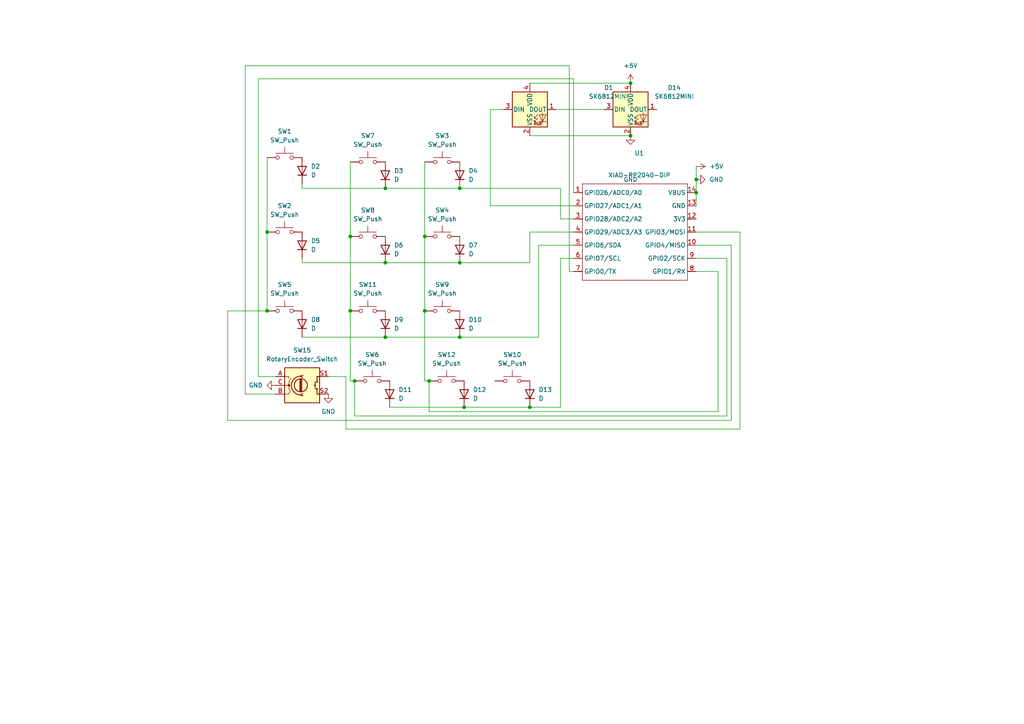
<source format=kicad_sch>
(kicad_sch
	(version 20231120)
	(generator "eeschema")
	(generator_version "8.0")
	(uuid "fd2a8214-c856-41eb-a67a-76db18845581")
	(paper "A4")
	(lib_symbols
		(symbol "Device:D"
			(pin_numbers hide)
			(pin_names
				(offset 1.016) hide)
			(exclude_from_sim no)
			(in_bom yes)
			(on_board yes)
			(property "Reference" "D"
				(at 0 2.54 0)
				(effects
					(font
						(size 1.27 1.27)
					)
				)
			)
			(property "Value" "D"
				(at 0 -2.54 0)
				(effects
					(font
						(size 1.27 1.27)
					)
				)
			)
			(property "Footprint" ""
				(at 0 0 0)
				(effects
					(font
						(size 1.27 1.27)
					)
					(hide yes)
				)
			)
			(property "Datasheet" "~"
				(at 0 0 0)
				(effects
					(font
						(size 1.27 1.27)
					)
					(hide yes)
				)
			)
			(property "Description" "Diode"
				(at 0 0 0)
				(effects
					(font
						(size 1.27 1.27)
					)
					(hide yes)
				)
			)
			(property "Sim.Device" "D"
				(at 0 0 0)
				(effects
					(font
						(size 1.27 1.27)
					)
					(hide yes)
				)
			)
			(property "Sim.Pins" "1=K 2=A"
				(at 0 0 0)
				(effects
					(font
						(size 1.27 1.27)
					)
					(hide yes)
				)
			)
			(property "ki_keywords" "diode"
				(at 0 0 0)
				(effects
					(font
						(size 1.27 1.27)
					)
					(hide yes)
				)
			)
			(property "ki_fp_filters" "TO-???* *_Diode_* *SingleDiode* D_*"
				(at 0 0 0)
				(effects
					(font
						(size 1.27 1.27)
					)
					(hide yes)
				)
			)
			(symbol "D_0_1"
				(polyline
					(pts
						(xy -1.27 1.27) (xy -1.27 -1.27)
					)
					(stroke
						(width 0.254)
						(type default)
					)
					(fill
						(type none)
					)
				)
				(polyline
					(pts
						(xy 1.27 0) (xy -1.27 0)
					)
					(stroke
						(width 0)
						(type default)
					)
					(fill
						(type none)
					)
				)
				(polyline
					(pts
						(xy 1.27 1.27) (xy 1.27 -1.27) (xy -1.27 0) (xy 1.27 1.27)
					)
					(stroke
						(width 0.254)
						(type default)
					)
					(fill
						(type none)
					)
				)
			)
			(symbol "D_1_1"
				(pin passive line
					(at -3.81 0 0)
					(length 2.54)
					(name "K"
						(effects
							(font
								(size 1.27 1.27)
							)
						)
					)
					(number "1"
						(effects
							(font
								(size 1.27 1.27)
							)
						)
					)
				)
				(pin passive line
					(at 3.81 0 180)
					(length 2.54)
					(name "A"
						(effects
							(font
								(size 1.27 1.27)
							)
						)
					)
					(number "2"
						(effects
							(font
								(size 1.27 1.27)
							)
						)
					)
				)
			)
		)
		(symbol "Device:RotaryEncoder_Switch"
			(pin_names
				(offset 0.254) hide)
			(exclude_from_sim no)
			(in_bom yes)
			(on_board yes)
			(property "Reference" "SW"
				(at 0 6.604 0)
				(effects
					(font
						(size 1.27 1.27)
					)
				)
			)
			(property "Value" "RotaryEncoder_Switch"
				(at 0 -6.604 0)
				(effects
					(font
						(size 1.27 1.27)
					)
				)
			)
			(property "Footprint" ""
				(at -3.81 4.064 0)
				(effects
					(font
						(size 1.27 1.27)
					)
					(hide yes)
				)
			)
			(property "Datasheet" "~"
				(at 0 6.604 0)
				(effects
					(font
						(size 1.27 1.27)
					)
					(hide yes)
				)
			)
			(property "Description" "Rotary encoder, dual channel, incremental quadrate outputs, with switch"
				(at 0 0 0)
				(effects
					(font
						(size 1.27 1.27)
					)
					(hide yes)
				)
			)
			(property "ki_keywords" "rotary switch encoder switch push button"
				(at 0 0 0)
				(effects
					(font
						(size 1.27 1.27)
					)
					(hide yes)
				)
			)
			(property "ki_fp_filters" "RotaryEncoder*Switch*"
				(at 0 0 0)
				(effects
					(font
						(size 1.27 1.27)
					)
					(hide yes)
				)
			)
			(symbol "RotaryEncoder_Switch_0_1"
				(rectangle
					(start -5.08 5.08)
					(end 5.08 -5.08)
					(stroke
						(width 0.254)
						(type default)
					)
					(fill
						(type background)
					)
				)
				(circle
					(center -3.81 0)
					(radius 0.254)
					(stroke
						(width 0)
						(type default)
					)
					(fill
						(type outline)
					)
				)
				(circle
					(center -0.381 0)
					(radius 1.905)
					(stroke
						(width 0.254)
						(type default)
					)
					(fill
						(type none)
					)
				)
				(arc
					(start -0.381 2.667)
					(mid -3.0988 -0.0635)
					(end -0.381 -2.794)
					(stroke
						(width 0.254)
						(type default)
					)
					(fill
						(type none)
					)
				)
				(polyline
					(pts
						(xy -0.635 -1.778) (xy -0.635 1.778)
					)
					(stroke
						(width 0.254)
						(type default)
					)
					(fill
						(type none)
					)
				)
				(polyline
					(pts
						(xy -0.381 -1.778) (xy -0.381 1.778)
					)
					(stroke
						(width 0.254)
						(type default)
					)
					(fill
						(type none)
					)
				)
				(polyline
					(pts
						(xy -0.127 1.778) (xy -0.127 -1.778)
					)
					(stroke
						(width 0.254)
						(type default)
					)
					(fill
						(type none)
					)
				)
				(polyline
					(pts
						(xy 3.81 0) (xy 3.429 0)
					)
					(stroke
						(width 0.254)
						(type default)
					)
					(fill
						(type none)
					)
				)
				(polyline
					(pts
						(xy 3.81 1.016) (xy 3.81 -1.016)
					)
					(stroke
						(width 0.254)
						(type default)
					)
					(fill
						(type none)
					)
				)
				(polyline
					(pts
						(xy -5.08 -2.54) (xy -3.81 -2.54) (xy -3.81 -2.032)
					)
					(stroke
						(width 0)
						(type default)
					)
					(fill
						(type none)
					)
				)
				(polyline
					(pts
						(xy -5.08 2.54) (xy -3.81 2.54) (xy -3.81 2.032)
					)
					(stroke
						(width 0)
						(type default)
					)
					(fill
						(type none)
					)
				)
				(polyline
					(pts
						(xy 0.254 -3.048) (xy -0.508 -2.794) (xy 0.127 -2.413)
					)
					(stroke
						(width 0.254)
						(type default)
					)
					(fill
						(type none)
					)
				)
				(polyline
					(pts
						(xy 0.254 2.921) (xy -0.508 2.667) (xy 0.127 2.286)
					)
					(stroke
						(width 0.254)
						(type default)
					)
					(fill
						(type none)
					)
				)
				(polyline
					(pts
						(xy 5.08 -2.54) (xy 4.318 -2.54) (xy 4.318 -1.016)
					)
					(stroke
						(width 0.254)
						(type default)
					)
					(fill
						(type none)
					)
				)
				(polyline
					(pts
						(xy 5.08 2.54) (xy 4.318 2.54) (xy 4.318 1.016)
					)
					(stroke
						(width 0.254)
						(type default)
					)
					(fill
						(type none)
					)
				)
				(polyline
					(pts
						(xy -5.08 0) (xy -3.81 0) (xy -3.81 -1.016) (xy -3.302 -2.032)
					)
					(stroke
						(width 0)
						(type default)
					)
					(fill
						(type none)
					)
				)
				(polyline
					(pts
						(xy -4.318 0) (xy -3.81 0) (xy -3.81 1.016) (xy -3.302 2.032)
					)
					(stroke
						(width 0)
						(type default)
					)
					(fill
						(type none)
					)
				)
				(circle
					(center 4.318 -1.016)
					(radius 0.127)
					(stroke
						(width 0.254)
						(type default)
					)
					(fill
						(type none)
					)
				)
				(circle
					(center 4.318 1.016)
					(radius 0.127)
					(stroke
						(width 0.254)
						(type default)
					)
					(fill
						(type none)
					)
				)
			)
			(symbol "RotaryEncoder_Switch_1_1"
				(pin passive line
					(at -7.62 2.54 0)
					(length 2.54)
					(name "A"
						(effects
							(font
								(size 1.27 1.27)
							)
						)
					)
					(number "A"
						(effects
							(font
								(size 1.27 1.27)
							)
						)
					)
				)
				(pin passive line
					(at -7.62 -2.54 0)
					(length 2.54)
					(name "B"
						(effects
							(font
								(size 1.27 1.27)
							)
						)
					)
					(number "B"
						(effects
							(font
								(size 1.27 1.27)
							)
						)
					)
				)
				(pin passive line
					(at -7.62 0 0)
					(length 2.54)
					(name "C"
						(effects
							(font
								(size 1.27 1.27)
							)
						)
					)
					(number "C"
						(effects
							(font
								(size 1.27 1.27)
							)
						)
					)
				)
				(pin passive line
					(at 7.62 2.54 180)
					(length 2.54)
					(name "S1"
						(effects
							(font
								(size 1.27 1.27)
							)
						)
					)
					(number "S1"
						(effects
							(font
								(size 1.27 1.27)
							)
						)
					)
				)
				(pin passive line
					(at 7.62 -2.54 180)
					(length 2.54)
					(name "S2"
						(effects
							(font
								(size 1.27 1.27)
							)
						)
					)
					(number "S2"
						(effects
							(font
								(size 1.27 1.27)
							)
						)
					)
				)
			)
		)
		(symbol "LED:SK6812MINI"
			(pin_names
				(offset 0.254)
			)
			(exclude_from_sim no)
			(in_bom yes)
			(on_board yes)
			(property "Reference" "D"
				(at 5.08 5.715 0)
				(effects
					(font
						(size 1.27 1.27)
					)
					(justify right bottom)
				)
			)
			(property "Value" "SK6812MINI"
				(at 1.27 -5.715 0)
				(effects
					(font
						(size 1.27 1.27)
					)
					(justify left top)
				)
			)
			(property "Footprint" "LED_SMD:LED_SK6812MINI_PLCC4_3.5x3.5mm_P1.75mm"
				(at 1.27 -7.62 0)
				(effects
					(font
						(size 1.27 1.27)
					)
					(justify left top)
					(hide yes)
				)
			)
			(property "Datasheet" "https://cdn-shop.adafruit.com/product-files/2686/SK6812MINI_REV.01-1-2.pdf"
				(at 2.54 -9.525 0)
				(effects
					(font
						(size 1.27 1.27)
					)
					(justify left top)
					(hide yes)
				)
			)
			(property "Description" "RGB LED with integrated controller"
				(at 0 0 0)
				(effects
					(font
						(size 1.27 1.27)
					)
					(hide yes)
				)
			)
			(property "ki_keywords" "RGB LED NeoPixel Mini addressable"
				(at 0 0 0)
				(effects
					(font
						(size 1.27 1.27)
					)
					(hide yes)
				)
			)
			(property "ki_fp_filters" "LED*SK6812MINI*PLCC*3.5x3.5mm*P1.75mm*"
				(at 0 0 0)
				(effects
					(font
						(size 1.27 1.27)
					)
					(hide yes)
				)
			)
			(symbol "SK6812MINI_0_0"
				(text "RGB"
					(at 2.286 -4.191 0)
					(effects
						(font
							(size 0.762 0.762)
						)
					)
				)
			)
			(symbol "SK6812MINI_0_1"
				(polyline
					(pts
						(xy 1.27 -3.556) (xy 1.778 -3.556)
					)
					(stroke
						(width 0)
						(type default)
					)
					(fill
						(type none)
					)
				)
				(polyline
					(pts
						(xy 1.27 -2.54) (xy 1.778 -2.54)
					)
					(stroke
						(width 0)
						(type default)
					)
					(fill
						(type none)
					)
				)
				(polyline
					(pts
						(xy 4.699 -3.556) (xy 2.667 -3.556)
					)
					(stroke
						(width 0)
						(type default)
					)
					(fill
						(type none)
					)
				)
				(polyline
					(pts
						(xy 2.286 -2.54) (xy 1.27 -3.556) (xy 1.27 -3.048)
					)
					(stroke
						(width 0)
						(type default)
					)
					(fill
						(type none)
					)
				)
				(polyline
					(pts
						(xy 2.286 -1.524) (xy 1.27 -2.54) (xy 1.27 -2.032)
					)
					(stroke
						(width 0)
						(type default)
					)
					(fill
						(type none)
					)
				)
				(polyline
					(pts
						(xy 3.683 -1.016) (xy 3.683 -3.556) (xy 3.683 -4.064)
					)
					(stroke
						(width 0)
						(type default)
					)
					(fill
						(type none)
					)
				)
				(polyline
					(pts
						(xy 4.699 -1.524) (xy 2.667 -1.524) (xy 3.683 -3.556) (xy 4.699 -1.524)
					)
					(stroke
						(width 0)
						(type default)
					)
					(fill
						(type none)
					)
				)
				(rectangle
					(start 5.08 5.08)
					(end -5.08 -5.08)
					(stroke
						(width 0.254)
						(type default)
					)
					(fill
						(type background)
					)
				)
			)
			(symbol "SK6812MINI_1_1"
				(pin output line
					(at 7.62 0 180)
					(length 2.54)
					(name "DOUT"
						(effects
							(font
								(size 1.27 1.27)
							)
						)
					)
					(number "1"
						(effects
							(font
								(size 1.27 1.27)
							)
						)
					)
				)
				(pin power_in line
					(at 0 -7.62 90)
					(length 2.54)
					(name "VSS"
						(effects
							(font
								(size 1.27 1.27)
							)
						)
					)
					(number "2"
						(effects
							(font
								(size 1.27 1.27)
							)
						)
					)
				)
				(pin input line
					(at -7.62 0 0)
					(length 2.54)
					(name "DIN"
						(effects
							(font
								(size 1.27 1.27)
							)
						)
					)
					(number "3"
						(effects
							(font
								(size 1.27 1.27)
							)
						)
					)
				)
				(pin power_in line
					(at 0 7.62 270)
					(length 2.54)
					(name "VDD"
						(effects
							(font
								(size 1.27 1.27)
							)
						)
					)
					(number "4"
						(effects
							(font
								(size 1.27 1.27)
							)
						)
					)
				)
			)
		)
		(symbol "Switch:SW_Push"
			(pin_numbers hide)
			(pin_names
				(offset 1.016) hide)
			(exclude_from_sim no)
			(in_bom yes)
			(on_board yes)
			(property "Reference" "SW"
				(at 1.27 2.54 0)
				(effects
					(font
						(size 1.27 1.27)
					)
					(justify left)
				)
			)
			(property "Value" "SW_Push"
				(at 0 -1.524 0)
				(effects
					(font
						(size 1.27 1.27)
					)
				)
			)
			(property "Footprint" ""
				(at 0 5.08 0)
				(effects
					(font
						(size 1.27 1.27)
					)
					(hide yes)
				)
			)
			(property "Datasheet" "~"
				(at 0 5.08 0)
				(effects
					(font
						(size 1.27 1.27)
					)
					(hide yes)
				)
			)
			(property "Description" "Push button switch, generic, two pins"
				(at 0 0 0)
				(effects
					(font
						(size 1.27 1.27)
					)
					(hide yes)
				)
			)
			(property "ki_keywords" "switch normally-open pushbutton push-button"
				(at 0 0 0)
				(effects
					(font
						(size 1.27 1.27)
					)
					(hide yes)
				)
			)
			(symbol "SW_Push_0_1"
				(circle
					(center -2.032 0)
					(radius 0.508)
					(stroke
						(width 0)
						(type default)
					)
					(fill
						(type none)
					)
				)
				(polyline
					(pts
						(xy 0 1.27) (xy 0 3.048)
					)
					(stroke
						(width 0)
						(type default)
					)
					(fill
						(type none)
					)
				)
				(polyline
					(pts
						(xy 2.54 1.27) (xy -2.54 1.27)
					)
					(stroke
						(width 0)
						(type default)
					)
					(fill
						(type none)
					)
				)
				(circle
					(center 2.032 0)
					(radius 0.508)
					(stroke
						(width 0)
						(type default)
					)
					(fill
						(type none)
					)
				)
				(pin passive line
					(at -5.08 0 0)
					(length 2.54)
					(name "1"
						(effects
							(font
								(size 1.27 1.27)
							)
						)
					)
					(number "1"
						(effects
							(font
								(size 1.27 1.27)
							)
						)
					)
				)
				(pin passive line
					(at 5.08 0 180)
					(length 2.54)
					(name "2"
						(effects
							(font
								(size 1.27 1.27)
							)
						)
					)
					(number "2"
						(effects
							(font
								(size 1.27 1.27)
							)
						)
					)
				)
			)
		)
		(symbol "libturtle:XIAO-RP2040-DIP"
			(exclude_from_sim no)
			(in_bom yes)
			(on_board yes)
			(property "Reference" "U"
				(at 0 0 0)
				(effects
					(font
						(size 1.27 1.27)
					)
				)
			)
			(property "Value" "XIAO-RP2040-DIP"
				(at 5.334 -1.778 0)
				(effects
					(font
						(size 1.27 1.27)
					)
				)
			)
			(property "Footprint" "Module:MOUDLE14P-XIAO-DIP-SMD"
				(at 14.478 -32.258 0)
				(effects
					(font
						(size 1.27 1.27)
					)
					(hide yes)
				)
			)
			(property "Datasheet" ""
				(at 0 0 0)
				(effects
					(font
						(size 1.27 1.27)
					)
					(hide yes)
				)
			)
			(property "Description" ""
				(at 0 0 0)
				(effects
					(font
						(size 1.27 1.27)
					)
					(hide yes)
				)
			)
			(symbol "XIAO-RP2040-DIP_1_0"
				(polyline
					(pts
						(xy -1.27 -30.48) (xy -1.27 -16.51)
					)
					(stroke
						(width 0.1524)
						(type solid)
					)
					(fill
						(type none)
					)
				)
				(polyline
					(pts
						(xy -1.27 -27.94) (xy -2.54 -27.94)
					)
					(stroke
						(width 0.1524)
						(type solid)
					)
					(fill
						(type none)
					)
				)
				(polyline
					(pts
						(xy -1.27 -24.13) (xy -2.54 -24.13)
					)
					(stroke
						(width 0.1524)
						(type solid)
					)
					(fill
						(type none)
					)
				)
				(polyline
					(pts
						(xy -1.27 -20.32) (xy -2.54 -20.32)
					)
					(stroke
						(width 0.1524)
						(type solid)
					)
					(fill
						(type none)
					)
				)
				(polyline
					(pts
						(xy -1.27 -16.51) (xy -2.54 -16.51)
					)
					(stroke
						(width 0.1524)
						(type solid)
					)
					(fill
						(type none)
					)
				)
				(polyline
					(pts
						(xy -1.27 -16.51) (xy -1.27 -12.7)
					)
					(stroke
						(width 0.1524)
						(type solid)
					)
					(fill
						(type none)
					)
				)
				(polyline
					(pts
						(xy -1.27 -12.7) (xy -2.54 -12.7)
					)
					(stroke
						(width 0.1524)
						(type solid)
					)
					(fill
						(type none)
					)
				)
				(polyline
					(pts
						(xy -1.27 -12.7) (xy -1.27 -8.89)
					)
					(stroke
						(width 0.1524)
						(type solid)
					)
					(fill
						(type none)
					)
				)
				(polyline
					(pts
						(xy -1.27 -8.89) (xy -2.54 -8.89)
					)
					(stroke
						(width 0.1524)
						(type solid)
					)
					(fill
						(type none)
					)
				)
				(polyline
					(pts
						(xy -1.27 -8.89) (xy -1.27 -5.08)
					)
					(stroke
						(width 0.1524)
						(type solid)
					)
					(fill
						(type none)
					)
				)
				(polyline
					(pts
						(xy -1.27 -5.08) (xy -2.54 -5.08)
					)
					(stroke
						(width 0.1524)
						(type solid)
					)
					(fill
						(type none)
					)
				)
				(polyline
					(pts
						(xy -1.27 -5.08) (xy -1.27 -2.54)
					)
					(stroke
						(width 0.1524)
						(type solid)
					)
					(fill
						(type none)
					)
				)
				(polyline
					(pts
						(xy -1.27 -2.54) (xy 29.21 -2.54)
					)
					(stroke
						(width 0.1524)
						(type solid)
					)
					(fill
						(type none)
					)
				)
				(polyline
					(pts
						(xy 29.21 -30.48) (xy -1.27 -30.48)
					)
					(stroke
						(width 0.1524)
						(type solid)
					)
					(fill
						(type none)
					)
				)
				(polyline
					(pts
						(xy 29.21 -12.7) (xy 29.21 -30.48)
					)
					(stroke
						(width 0.1524)
						(type solid)
					)
					(fill
						(type none)
					)
				)
				(polyline
					(pts
						(xy 29.21 -8.89) (xy 29.21 -12.7)
					)
					(stroke
						(width 0.1524)
						(type solid)
					)
					(fill
						(type none)
					)
				)
				(polyline
					(pts
						(xy 29.21 -5.08) (xy 29.21 -8.89)
					)
					(stroke
						(width 0.1524)
						(type solid)
					)
					(fill
						(type none)
					)
				)
				(polyline
					(pts
						(xy 29.21 -2.54) (xy 29.21 -5.08)
					)
					(stroke
						(width 0.1524)
						(type solid)
					)
					(fill
						(type none)
					)
				)
				(polyline
					(pts
						(xy 30.48 -27.94) (xy 29.21 -27.94)
					)
					(stroke
						(width 0.1524)
						(type solid)
					)
					(fill
						(type none)
					)
				)
				(polyline
					(pts
						(xy 30.48 -24.13) (xy 29.21 -24.13)
					)
					(stroke
						(width 0.1524)
						(type solid)
					)
					(fill
						(type none)
					)
				)
				(polyline
					(pts
						(xy 30.48 -20.32) (xy 29.21 -20.32)
					)
					(stroke
						(width 0.1524)
						(type solid)
					)
					(fill
						(type none)
					)
				)
				(polyline
					(pts
						(xy 30.48 -16.51) (xy 29.21 -16.51)
					)
					(stroke
						(width 0.1524)
						(type solid)
					)
					(fill
						(type none)
					)
				)
				(polyline
					(pts
						(xy 30.48 -12.7) (xy 29.21 -12.7)
					)
					(stroke
						(width 0.1524)
						(type solid)
					)
					(fill
						(type none)
					)
				)
				(polyline
					(pts
						(xy 30.48 -8.89) (xy 29.21 -8.89)
					)
					(stroke
						(width 0.1524)
						(type solid)
					)
					(fill
						(type none)
					)
				)
				(polyline
					(pts
						(xy 30.48 -5.08) (xy 29.21 -5.08)
					)
					(stroke
						(width 0.1524)
						(type solid)
					)
					(fill
						(type none)
					)
				)
				(pin passive line
					(at -3.81 -5.08 0)
					(length 2.54)
					(name "GPIO26/ADC0/A0"
						(effects
							(font
								(size 1.27 1.27)
							)
						)
					)
					(number "1"
						(effects
							(font
								(size 1.27 1.27)
							)
						)
					)
				)
				(pin passive line
					(at 31.75 -20.32 180)
					(length 2.54)
					(name "GPIO4/MISO"
						(effects
							(font
								(size 1.27 1.27)
							)
						)
					)
					(number "10"
						(effects
							(font
								(size 1.27 1.27)
							)
						)
					)
				)
				(pin passive line
					(at 31.75 -16.51 180)
					(length 2.54)
					(name "GPIO3/MOSI"
						(effects
							(font
								(size 1.27 1.27)
							)
						)
					)
					(number "11"
						(effects
							(font
								(size 1.27 1.27)
							)
						)
					)
				)
				(pin passive line
					(at 31.75 -12.7 180)
					(length 2.54)
					(name "3V3"
						(effects
							(font
								(size 1.27 1.27)
							)
						)
					)
					(number "12"
						(effects
							(font
								(size 1.27 1.27)
							)
						)
					)
				)
				(pin passive line
					(at 31.75 -8.89 180)
					(length 2.54)
					(name "GND"
						(effects
							(font
								(size 1.27 1.27)
							)
						)
					)
					(number "13"
						(effects
							(font
								(size 1.27 1.27)
							)
						)
					)
				)
				(pin passive line
					(at 31.75 -5.08 180)
					(length 2.54)
					(name "VBUS"
						(effects
							(font
								(size 1.27 1.27)
							)
						)
					)
					(number "14"
						(effects
							(font
								(size 1.27 1.27)
							)
						)
					)
				)
				(pin passive line
					(at -3.81 -8.89 0)
					(length 2.54)
					(name "GPIO27/ADC1/A1"
						(effects
							(font
								(size 1.27 1.27)
							)
						)
					)
					(number "2"
						(effects
							(font
								(size 1.27 1.27)
							)
						)
					)
				)
				(pin passive line
					(at -3.81 -12.7 0)
					(length 2.54)
					(name "GPIO28/ADC2/A2"
						(effects
							(font
								(size 1.27 1.27)
							)
						)
					)
					(number "3"
						(effects
							(font
								(size 1.27 1.27)
							)
						)
					)
				)
				(pin passive line
					(at -3.81 -16.51 0)
					(length 2.54)
					(name "GPIO29/ADC3/A3"
						(effects
							(font
								(size 1.27 1.27)
							)
						)
					)
					(number "4"
						(effects
							(font
								(size 1.27 1.27)
							)
						)
					)
				)
				(pin passive line
					(at -3.81 -20.32 0)
					(length 2.54)
					(name "GPIO6/SDA"
						(effects
							(font
								(size 1.27 1.27)
							)
						)
					)
					(number "5"
						(effects
							(font
								(size 1.27 1.27)
							)
						)
					)
				)
				(pin passive line
					(at -3.81 -24.13 0)
					(length 2.54)
					(name "GPIO7/SCL"
						(effects
							(font
								(size 1.27 1.27)
							)
						)
					)
					(number "6"
						(effects
							(font
								(size 1.27 1.27)
							)
						)
					)
				)
				(pin passive line
					(at -3.81 -27.94 0)
					(length 2.54)
					(name "GPIO0/TX"
						(effects
							(font
								(size 1.27 1.27)
							)
						)
					)
					(number "7"
						(effects
							(font
								(size 1.27 1.27)
							)
						)
					)
				)
				(pin passive line
					(at 31.75 -27.94 180)
					(length 2.54)
					(name "GPIO1/RX"
						(effects
							(font
								(size 1.27 1.27)
							)
						)
					)
					(number "8"
						(effects
							(font
								(size 1.27 1.27)
							)
						)
					)
				)
				(pin passive line
					(at 31.75 -24.13 180)
					(length 2.54)
					(name "GPIO2/SCK"
						(effects
							(font
								(size 1.27 1.27)
							)
						)
					)
					(number "9"
						(effects
							(font
								(size 1.27 1.27)
							)
						)
					)
				)
			)
		)
		(symbol "power:+5V"
			(power)
			(pin_numbers hide)
			(pin_names
				(offset 0) hide)
			(exclude_from_sim no)
			(in_bom yes)
			(on_board yes)
			(property "Reference" "#PWR"
				(at 0 -3.81 0)
				(effects
					(font
						(size 1.27 1.27)
					)
					(hide yes)
				)
			)
			(property "Value" "+5V"
				(at 0 3.556 0)
				(effects
					(font
						(size 1.27 1.27)
					)
				)
			)
			(property "Footprint" ""
				(at 0 0 0)
				(effects
					(font
						(size 1.27 1.27)
					)
					(hide yes)
				)
			)
			(property "Datasheet" ""
				(at 0 0 0)
				(effects
					(font
						(size 1.27 1.27)
					)
					(hide yes)
				)
			)
			(property "Description" "Power symbol creates a global label with name \"+5V\""
				(at 0 0 0)
				(effects
					(font
						(size 1.27 1.27)
					)
					(hide yes)
				)
			)
			(property "ki_keywords" "global power"
				(at 0 0 0)
				(effects
					(font
						(size 1.27 1.27)
					)
					(hide yes)
				)
			)
			(symbol "+5V_0_1"
				(polyline
					(pts
						(xy -0.762 1.27) (xy 0 2.54)
					)
					(stroke
						(width 0)
						(type default)
					)
					(fill
						(type none)
					)
				)
				(polyline
					(pts
						(xy 0 0) (xy 0 2.54)
					)
					(stroke
						(width 0)
						(type default)
					)
					(fill
						(type none)
					)
				)
				(polyline
					(pts
						(xy 0 2.54) (xy 0.762 1.27)
					)
					(stroke
						(width 0)
						(type default)
					)
					(fill
						(type none)
					)
				)
			)
			(symbol "+5V_1_1"
				(pin power_in line
					(at 0 0 90)
					(length 0)
					(name "~"
						(effects
							(font
								(size 1.27 1.27)
							)
						)
					)
					(number "1"
						(effects
							(font
								(size 1.27 1.27)
							)
						)
					)
				)
			)
		)
		(symbol "power:GND"
			(power)
			(pin_numbers hide)
			(pin_names
				(offset 0) hide)
			(exclude_from_sim no)
			(in_bom yes)
			(on_board yes)
			(property "Reference" "#PWR"
				(at 0 -6.35 0)
				(effects
					(font
						(size 1.27 1.27)
					)
					(hide yes)
				)
			)
			(property "Value" "GND"
				(at 0 -3.81 0)
				(effects
					(font
						(size 1.27 1.27)
					)
				)
			)
			(property "Footprint" ""
				(at 0 0 0)
				(effects
					(font
						(size 1.27 1.27)
					)
					(hide yes)
				)
			)
			(property "Datasheet" ""
				(at 0 0 0)
				(effects
					(font
						(size 1.27 1.27)
					)
					(hide yes)
				)
			)
			(property "Description" "Power symbol creates a global label with name \"GND\" , ground"
				(at 0 0 0)
				(effects
					(font
						(size 1.27 1.27)
					)
					(hide yes)
				)
			)
			(property "ki_keywords" "global power"
				(at 0 0 0)
				(effects
					(font
						(size 1.27 1.27)
					)
					(hide yes)
				)
			)
			(symbol "GND_0_1"
				(polyline
					(pts
						(xy 0 0) (xy 0 -1.27) (xy 1.27 -1.27) (xy 0 -2.54) (xy -1.27 -1.27) (xy 0 -1.27)
					)
					(stroke
						(width 0)
						(type default)
					)
					(fill
						(type none)
					)
				)
			)
			(symbol "GND_1_1"
				(pin power_in line
					(at 0 0 270)
					(length 0)
					(name "~"
						(effects
							(font
								(size 1.27 1.27)
							)
						)
					)
					(number "1"
						(effects
							(font
								(size 1.27 1.27)
							)
						)
					)
				)
			)
		)
	)
	(junction
		(at 133.35 76.2)
		(diameter 0)
		(color 0 0 0 0)
		(uuid "2e109070-7e9b-42bb-807e-06daddfa7e86")
	)
	(junction
		(at 77.47 90.17)
		(diameter 0)
		(color 0 0 0 0)
		(uuid "359323d9-1e82-41fd-a97c-3cbd8d8807ce")
	)
	(junction
		(at 111.76 54.61)
		(diameter 0)
		(color 0 0 0 0)
		(uuid "3e168896-8239-4789-b70d-3138aaf0ce4f")
	)
	(junction
		(at 201.93 52.07)
		(diameter 0)
		(color 0 0 0 0)
		(uuid "45076a7e-0b30-4bcf-93f1-2345454afa18")
	)
	(junction
		(at 182.88 39.37)
		(diameter 0)
		(color 0 0 0 0)
		(uuid "48b8ec2a-96ae-4689-b972-ae87cabe7d97")
	)
	(junction
		(at 133.35 97.79)
		(diameter 0)
		(color 0 0 0 0)
		(uuid "4cc272b9-e9a0-44d8-a9d2-2a75035fc034")
	)
	(junction
		(at 153.67 118.11)
		(diameter 0)
		(color 0 0 0 0)
		(uuid "509b612c-078e-4642-ae53-4de206f1a31a")
	)
	(junction
		(at 134.62 118.11)
		(diameter 0)
		(color 0 0 0 0)
		(uuid "522b8cc2-f14c-4b56-8ca3-0a7b0413aee6")
	)
	(junction
		(at 124.46 110.49)
		(diameter 0)
		(color 0 0 0 0)
		(uuid "571cb11e-1e58-4eec-8550-8acb8fca1001")
	)
	(junction
		(at 111.76 76.2)
		(diameter 0)
		(color 0 0 0 0)
		(uuid "6397fff0-086d-4e0c-9e89-4bfd4c2c5d22")
	)
	(junction
		(at 77.47 67.31)
		(diameter 0)
		(color 0 0 0 0)
		(uuid "64834a37-6f51-4262-88f9-fd22d6d9924d")
	)
	(junction
		(at 102.87 110.49)
		(diameter 0)
		(color 0 0 0 0)
		(uuid "69a79092-9095-42e9-b3bb-50700ffec30f")
	)
	(junction
		(at 133.35 54.61)
		(diameter 0)
		(color 0 0 0 0)
		(uuid "7738ff61-b037-4454-b7b9-15173901ec68")
	)
	(junction
		(at 201.93 55.88)
		(diameter 0)
		(color 0 0 0 0)
		(uuid "8ac17e99-624e-458a-9844-fa55d8cf29db")
	)
	(junction
		(at 101.6 68.58)
		(diameter 0)
		(color 0 0 0 0)
		(uuid "9e08997c-66c2-43d7-9b36-fb18064e5851")
	)
	(junction
		(at 123.19 68.58)
		(diameter 0)
		(color 0 0 0 0)
		(uuid "aa0a9d21-69e3-426f-9a83-73eb41492e15")
	)
	(junction
		(at 123.19 90.17)
		(diameter 0)
		(color 0 0 0 0)
		(uuid "c436e3f6-8e91-4366-97d8-b04a6be153a0")
	)
	(junction
		(at 111.76 97.79)
		(diameter 0)
		(color 0 0 0 0)
		(uuid "c8e530ef-7fc4-486e-8db7-685da00b3e98")
	)
	(junction
		(at 182.88 24.13)
		(diameter 0)
		(color 0 0 0 0)
		(uuid "e8943024-baba-4f95-a841-11a4864b938d")
	)
	(junction
		(at 101.6 90.17)
		(diameter 0)
		(color 0 0 0 0)
		(uuid "ee63dca8-58ec-46af-8a35-0a57712a763b")
	)
	(wire
		(pts
			(xy 208.28 78.74) (xy 201.93 78.74)
		)
		(stroke
			(width 0)
			(type default)
		)
		(uuid "00214219-e496-4784-81de-7124b95303dd")
	)
	(wire
		(pts
			(xy 74.93 22.86) (xy 166.37 22.86)
		)
		(stroke
			(width 0)
			(type default)
		)
		(uuid "046b9d6f-5530-4e33-b046-2f7006142b95")
	)
	(wire
		(pts
			(xy 153.67 24.13) (xy 182.88 24.13)
		)
		(stroke
			(width 0)
			(type default)
		)
		(uuid "04ebe7af-c0d4-41dc-974d-742c07b38b8c")
	)
	(wire
		(pts
			(xy 71.12 19.05) (xy 165.1 19.05)
		)
		(stroke
			(width 0)
			(type default)
		)
		(uuid "0a4a202f-fc19-4598-a10a-9461b59fe5cf")
	)
	(wire
		(pts
			(xy 162.56 63.5) (xy 166.37 63.5)
		)
		(stroke
			(width 0)
			(type default)
		)
		(uuid "0b570bb9-5478-4fd5-8d42-fe8f0be2b5a1")
	)
	(wire
		(pts
			(xy 101.6 68.58) (xy 101.6 90.17)
		)
		(stroke
			(width 0)
			(type default)
		)
		(uuid "115d73de-f7eb-4bc6-b8c4-6fc0568abbc5")
	)
	(wire
		(pts
			(xy 156.21 71.12) (xy 166.37 71.12)
		)
		(stroke
			(width 0)
			(type default)
		)
		(uuid "153ff292-0001-417e-914d-22d8ca0d9dad")
	)
	(wire
		(pts
			(xy 162.56 118.11) (xy 162.56 74.93)
		)
		(stroke
			(width 0)
			(type default)
		)
		(uuid "17ee4e2e-2bbf-46ec-99aa-21b60b010794")
	)
	(wire
		(pts
			(xy 214.63 124.46) (xy 214.63 67.31)
		)
		(stroke
			(width 0)
			(type default)
		)
		(uuid "1bbe4674-b873-4702-8d10-3abd801cc036")
	)
	(wire
		(pts
			(xy 102.87 120.65) (xy 210.82 120.65)
		)
		(stroke
			(width 0)
			(type default)
		)
		(uuid "1c17e630-41cd-4d8c-aa74-ed4d248478ce")
	)
	(wire
		(pts
			(xy 87.63 76.2) (xy 111.76 76.2)
		)
		(stroke
			(width 0)
			(type default)
		)
		(uuid "1fba09b5-926d-4ed9-b15f-a770d197a0a8")
	)
	(wire
		(pts
			(xy 77.47 45.72) (xy 77.47 67.31)
		)
		(stroke
			(width 0)
			(type default)
		)
		(uuid "2580dbd3-5150-40f5-b982-d2a4a4c4d7d8")
	)
	(wire
		(pts
			(xy 153.67 76.2) (xy 153.67 67.31)
		)
		(stroke
			(width 0)
			(type default)
		)
		(uuid "267b2505-c390-4bc6-bbff-aea437509d2a")
	)
	(wire
		(pts
			(xy 123.19 110.49) (xy 124.46 110.49)
		)
		(stroke
			(width 0)
			(type default)
		)
		(uuid "2b7a33f4-ef81-4e38-a0ad-7eb8e8c42576")
	)
	(wire
		(pts
			(xy 201.93 52.07) (xy 201.93 48.26)
		)
		(stroke
			(width 0)
			(type default)
		)
		(uuid "30dd4b42-fff0-4db5-94f3-56451e473506")
	)
	(wire
		(pts
			(xy 95.25 109.22) (xy 100.33 109.22)
		)
		(stroke
			(width 0)
			(type default)
		)
		(uuid "33a32783-9931-4d29-8f65-c534ab012d21")
	)
	(wire
		(pts
			(xy 208.28 119.38) (xy 208.28 78.74)
		)
		(stroke
			(width 0)
			(type default)
		)
		(uuid "37d678c7-5417-43ca-8a60-ddd55d29490e")
	)
	(wire
		(pts
			(xy 210.82 120.65) (xy 210.82 74.93)
		)
		(stroke
			(width 0)
			(type default)
		)
		(uuid "3aa061a6-803e-49f6-b838-99a0ef8dfc29")
	)
	(wire
		(pts
			(xy 212.09 121.92) (xy 212.09 71.12)
		)
		(stroke
			(width 0)
			(type default)
		)
		(uuid "407d4fa5-1c86-459f-b409-138820b2c31f")
	)
	(wire
		(pts
			(xy 165.1 78.74) (xy 166.37 78.74)
		)
		(stroke
			(width 0)
			(type default)
		)
		(uuid "418b070b-8426-4c81-b183-f7fbbaa256be")
	)
	(wire
		(pts
			(xy 87.63 54.61) (xy 111.76 54.61)
		)
		(stroke
			(width 0)
			(type default)
		)
		(uuid "461afbec-dd53-463e-8741-f8ba616498b3")
	)
	(wire
		(pts
			(xy 113.03 118.11) (xy 134.62 118.11)
		)
		(stroke
			(width 0)
			(type default)
		)
		(uuid "467cdee6-783a-4009-8747-5d898bc10f53")
	)
	(wire
		(pts
			(xy 210.82 74.93) (xy 201.93 74.93)
		)
		(stroke
			(width 0)
			(type default)
		)
		(uuid "50618acd-d5c3-4227-bc62-c81e724eff66")
	)
	(wire
		(pts
			(xy 111.76 54.61) (xy 133.35 54.61)
		)
		(stroke
			(width 0)
			(type default)
		)
		(uuid "5a86d669-0f24-41ab-ad74-2d60cf5b093d")
	)
	(wire
		(pts
			(xy 111.76 97.79) (xy 133.35 97.79)
		)
		(stroke
			(width 0)
			(type default)
		)
		(uuid "5d7fa080-4714-4c59-838b-6c211ff6125f")
	)
	(wire
		(pts
			(xy 201.93 55.88) (xy 201.93 52.07)
		)
		(stroke
			(width 0)
			(type default)
		)
		(uuid "5f908889-c623-4915-95f3-ac2d9c4c341c")
	)
	(wire
		(pts
			(xy 133.35 54.61) (xy 162.56 54.61)
		)
		(stroke
			(width 0)
			(type default)
		)
		(uuid "60102fe0-9420-4982-9ecd-9ce488181e60")
	)
	(wire
		(pts
			(xy 162.56 54.61) (xy 162.56 63.5)
		)
		(stroke
			(width 0)
			(type default)
		)
		(uuid "641fcce8-038a-4b3b-b440-e92ea9aa07fe")
	)
	(wire
		(pts
			(xy 102.87 110.49) (xy 102.87 120.65)
		)
		(stroke
			(width 0)
			(type default)
		)
		(uuid "65f6714a-6b47-4451-8b91-431331be3b50")
	)
	(wire
		(pts
			(xy 80.01 114.3) (xy 71.12 114.3)
		)
		(stroke
			(width 0)
			(type default)
		)
		(uuid "68027382-895d-415f-ba2d-87773c527e40")
	)
	(wire
		(pts
			(xy 80.01 109.22) (xy 74.93 109.22)
		)
		(stroke
			(width 0)
			(type default)
		)
		(uuid "6f3c83d8-06e7-40d1-8e0a-6a5190a294b7")
	)
	(wire
		(pts
			(xy 101.6 46.99) (xy 101.6 68.58)
		)
		(stroke
			(width 0)
			(type default)
		)
		(uuid "7d7691b8-0a45-40ad-894e-26c8ce7ea423")
	)
	(wire
		(pts
			(xy 123.19 46.99) (xy 123.19 68.58)
		)
		(stroke
			(width 0)
			(type default)
		)
		(uuid "7f6ed906-b4b2-49f9-b414-b66a0d295940")
	)
	(wire
		(pts
			(xy 133.35 97.79) (xy 156.21 97.79)
		)
		(stroke
			(width 0)
			(type default)
		)
		(uuid "83522dd4-2f06-4a45-93f0-253f525a51c7")
	)
	(wire
		(pts
			(xy 77.47 67.31) (xy 77.47 90.17)
		)
		(stroke
			(width 0)
			(type default)
		)
		(uuid "8c921574-475b-48bc-8719-1a2f87e3edba")
	)
	(wire
		(pts
			(xy 161.29 31.75) (xy 175.26 31.75)
		)
		(stroke
			(width 0)
			(type default)
		)
		(uuid "8cab2627-c829-4e48-ad9d-0ef15997aee9")
	)
	(wire
		(pts
			(xy 124.46 110.49) (xy 124.46 119.38)
		)
		(stroke
			(width 0)
			(type default)
		)
		(uuid "8f0decf4-d3a1-4b8c-8643-83674c2600be")
	)
	(wire
		(pts
			(xy 162.56 74.93) (xy 166.37 74.93)
		)
		(stroke
			(width 0)
			(type default)
		)
		(uuid "94265407-a507-46e6-9f16-1e63f7b12d15")
	)
	(wire
		(pts
			(xy 133.35 76.2) (xy 153.67 76.2)
		)
		(stroke
			(width 0)
			(type default)
		)
		(uuid "97d55aad-c3cd-42c4-8799-c9f5cec4cbbb")
	)
	(wire
		(pts
			(xy 77.47 90.17) (xy 66.04 90.17)
		)
		(stroke
			(width 0)
			(type default)
		)
		(uuid "9ba71bf0-c823-4eda-abc9-1e07bac1c53d")
	)
	(wire
		(pts
			(xy 74.93 109.22) (xy 74.93 22.86)
		)
		(stroke
			(width 0)
			(type default)
		)
		(uuid "9d8b9899-6cb6-49cd-958d-d291a0d58ce9")
	)
	(wire
		(pts
			(xy 124.46 119.38) (xy 208.28 119.38)
		)
		(stroke
			(width 0)
			(type default)
		)
		(uuid "a6f65726-5392-4d31-8919-61b48a648fbf")
	)
	(wire
		(pts
			(xy 87.63 53.34) (xy 87.63 54.61)
		)
		(stroke
			(width 0)
			(type default)
		)
		(uuid "aaeedd2d-1663-4dcf-b510-f3b88ef5f5bb")
	)
	(wire
		(pts
			(xy 153.67 39.37) (xy 182.88 39.37)
		)
		(stroke
			(width 0)
			(type default)
		)
		(uuid "aca3bee4-2e1f-419a-9930-afb206f97aa9")
	)
	(wire
		(pts
			(xy 201.93 59.69) (xy 201.93 55.88)
		)
		(stroke
			(width 0)
			(type default)
		)
		(uuid "b2008d05-3b48-4d11-8329-cfd18e54f349")
	)
	(wire
		(pts
			(xy 142.24 31.75) (xy 142.24 59.69)
		)
		(stroke
			(width 0)
			(type default)
		)
		(uuid "b5705327-a44c-4848-a9a3-37b3500df4cf")
	)
	(wire
		(pts
			(xy 101.6 110.49) (xy 102.87 110.49)
		)
		(stroke
			(width 0)
			(type default)
		)
		(uuid "bc0d4bfb-85d7-41ea-8e21-db4a0aa73502")
	)
	(wire
		(pts
			(xy 146.05 31.75) (xy 142.24 31.75)
		)
		(stroke
			(width 0)
			(type default)
		)
		(uuid "c19be71a-3fcd-4c81-baba-8c08e3e84c55")
	)
	(wire
		(pts
			(xy 111.76 76.2) (xy 133.35 76.2)
		)
		(stroke
			(width 0)
			(type default)
		)
		(uuid "c27303f1-28cf-4621-8462-53aad40e9248")
	)
	(wire
		(pts
			(xy 165.1 19.05) (xy 165.1 78.74)
		)
		(stroke
			(width 0)
			(type default)
		)
		(uuid "c285c49f-f75e-4e6b-840f-8f3755b56867")
	)
	(wire
		(pts
			(xy 214.63 67.31) (xy 201.93 67.31)
		)
		(stroke
			(width 0)
			(type default)
		)
		(uuid "c64c379f-cec3-493c-b2a4-f14ae94f42b4")
	)
	(wire
		(pts
			(xy 66.04 90.17) (xy 66.04 121.92)
		)
		(stroke
			(width 0)
			(type default)
		)
		(uuid "c66e97a1-e1f7-4e6f-af26-f96a46e64266")
	)
	(wire
		(pts
			(xy 166.37 22.86) (xy 166.37 55.88)
		)
		(stroke
			(width 0)
			(type default)
		)
		(uuid "c9d9b473-070c-494e-97c5-9b326a2465a3")
	)
	(wire
		(pts
			(xy 66.04 121.92) (xy 212.09 121.92)
		)
		(stroke
			(width 0)
			(type default)
		)
		(uuid "cab65df4-1efa-4682-a08c-34a30eae36d8")
	)
	(wire
		(pts
			(xy 153.67 118.11) (xy 162.56 118.11)
		)
		(stroke
			(width 0)
			(type default)
		)
		(uuid "cf2dd112-5c34-4d12-a175-babc111b689f")
	)
	(wire
		(pts
			(xy 134.62 118.11) (xy 153.67 118.11)
		)
		(stroke
			(width 0)
			(type default)
		)
		(uuid "d11982ba-38bb-4596-b57b-4f5b692c82fa")
	)
	(wire
		(pts
			(xy 156.21 97.79) (xy 156.21 71.12)
		)
		(stroke
			(width 0)
			(type default)
		)
		(uuid "d3d878df-cba9-47d5-8f69-31b439353695")
	)
	(wire
		(pts
			(xy 123.19 90.17) (xy 123.19 110.49)
		)
		(stroke
			(width 0)
			(type default)
		)
		(uuid "d7f96899-7179-4543-972e-f911ff567e1a")
	)
	(wire
		(pts
			(xy 87.63 97.79) (xy 111.76 97.79)
		)
		(stroke
			(width 0)
			(type default)
		)
		(uuid "da375ef0-389c-4319-8368-c6f9b05b60f3")
	)
	(wire
		(pts
			(xy 142.24 59.69) (xy 166.37 59.69)
		)
		(stroke
			(width 0)
			(type default)
		)
		(uuid "db6dbf64-df08-46a4-be43-d36a2870cb5f")
	)
	(wire
		(pts
			(xy 153.67 67.31) (xy 166.37 67.31)
		)
		(stroke
			(width 0)
			(type default)
		)
		(uuid "dc3539ce-62ad-4180-bb71-97c92171405f")
	)
	(wire
		(pts
			(xy 100.33 124.46) (xy 214.63 124.46)
		)
		(stroke
			(width 0)
			(type default)
		)
		(uuid "dda269e3-3560-4419-933a-b4933bfbdd61")
	)
	(wire
		(pts
			(xy 100.33 109.22) (xy 100.33 124.46)
		)
		(stroke
			(width 0)
			(type default)
		)
		(uuid "e0b1c099-2c52-417c-b4bd-091abe452591")
	)
	(wire
		(pts
			(xy 212.09 71.12) (xy 201.93 71.12)
		)
		(stroke
			(width 0)
			(type default)
		)
		(uuid "edc596a4-ca0a-408a-acd9-66e7f01212d4")
	)
	(wire
		(pts
			(xy 101.6 90.17) (xy 101.6 110.49)
		)
		(stroke
			(width 0)
			(type default)
		)
		(uuid "f02e1228-42ad-4fe4-89bd-a2403ca17877")
	)
	(wire
		(pts
			(xy 123.19 68.58) (xy 123.19 90.17)
		)
		(stroke
			(width 0)
			(type default)
		)
		(uuid "f1bfea27-7710-4032-a3f1-15dab2309486")
	)
	(wire
		(pts
			(xy 71.12 114.3) (xy 71.12 19.05)
		)
		(stroke
			(width 0)
			(type default)
		)
		(uuid "fbe6c24b-e78f-46d0-bf00-88f017b950bf")
	)
	(wire
		(pts
			(xy 87.63 74.93) (xy 87.63 76.2)
		)
		(stroke
			(width 0)
			(type default)
		)
		(uuid "fd8c9416-97f3-4506-ad3e-5a8a539833aa")
	)
	(symbol
		(lib_id "Device:D")
		(at 87.63 49.53 90)
		(unit 1)
		(exclude_from_sim no)
		(in_bom yes)
		(on_board yes)
		(dnp no)
		(fields_autoplaced yes)
		(uuid "05c049e5-fd4f-4b0e-814d-58737d49fc5d")
		(property "Reference" "D2"
			(at 90.17 48.2599 90)
			(effects
				(font
					(size 1.27 1.27)
				)
				(justify right)
			)
		)
		(property "Value" "D"
			(at 90.17 50.7999 90)
			(effects
				(font
					(size 1.27 1.27)
				)
				(justify right)
			)
		)
		(property "Footprint" "Diode_THT:D_DO-35_SOD27_P7.62mm_Horizontal"
			(at 87.63 49.53 0)
			(effects
				(font
					(size 1.27 1.27)
				)
				(hide yes)
			)
		)
		(property "Datasheet" "~"
			(at 87.63 49.53 0)
			(effects
				(font
					(size 1.27 1.27)
				)
				(hide yes)
			)
		)
		(property "Description" "Diode"
			(at 87.63 49.53 0)
			(effects
				(font
					(size 1.27 1.27)
				)
				(hide yes)
			)
		)
		(property "Sim.Device" "D"
			(at 87.63 49.53 0)
			(effects
				(font
					(size 1.27 1.27)
				)
				(hide yes)
			)
		)
		(property "Sim.Pins" "1=K 2=A"
			(at 87.63 49.53 0)
			(effects
				(font
					(size 1.27 1.27)
				)
				(hide yes)
			)
		)
		(pin "2"
			(uuid "c8cf9b13-cd5e-4704-b4ac-0eae09568461")
		)
		(pin "1"
			(uuid "04bd2fd7-1269-4b58-a9f4-2eaded1e4464")
		)
		(instances
			(project ""
				(path "/fd2a8214-c856-41eb-a67a-76db18845581"
					(reference "D2")
					(unit 1)
				)
			)
		)
	)
	(symbol
		(lib_id "libturtle:XIAO-RP2040-DIP")
		(at 170.18 50.8 0)
		(unit 1)
		(exclude_from_sim no)
		(in_bom yes)
		(on_board yes)
		(dnp no)
		(uuid "1041f76e-68db-4f28-87af-11d95cb405e9")
		(property "Reference" "U1"
			(at 185.42 44.45 0)
			(effects
				(font
					(size 1.27 1.27)
				)
			)
		)
		(property "Value" "XIAO-RP2040-DIP"
			(at 185.42 50.8 0)
			(effects
				(font
					(size 1.27 1.27)
				)
			)
		)
		(property "Footprint" "tlibfootprint:XIAO-RP2040-DIP"
			(at 184.658 83.058 0)
			(effects
				(font
					(size 1.27 1.27)
				)
				(hide yes)
			)
		)
		(property "Datasheet" ""
			(at 170.18 50.8 0)
			(effects
				(font
					(size 1.27 1.27)
				)
				(hide yes)
			)
		)
		(property "Description" ""
			(at 170.18 50.8 0)
			(effects
				(font
					(size 1.27 1.27)
				)
				(hide yes)
			)
		)
		(pin "6"
			(uuid "f537d2e2-71cd-4e08-a547-e083b24c7a5e")
		)
		(pin "5"
			(uuid "a4953b9d-d7a0-4785-9fa6-e3009eb71801")
		)
		(pin "12"
			(uuid "e921ad5f-8ab0-4e02-b150-863f91229164")
		)
		(pin "7"
			(uuid "9a72a189-b2f0-4ad7-8a08-ee80c40a3b81")
		)
		(pin "9"
			(uuid "07909faa-4c01-4a6b-b538-745b6ec06ee1")
		)
		(pin "8"
			(uuid "0b56f927-6c77-46a4-aca5-bb70f4a8586c")
		)
		(pin "14"
			(uuid "08bc73ab-bcff-46d6-9cc1-4806560c36bd")
		)
		(pin "2"
			(uuid "2d4a99f7-109c-4a1d-a6b1-aab3034ae56c")
		)
		(pin "3"
			(uuid "99669546-a976-4d25-862e-dc5e07b10246")
		)
		(pin "4"
			(uuid "ea7affe2-a315-43d0-9aea-faad77a5f27b")
		)
		(pin "11"
			(uuid "a33f6f30-ac1d-4c13-94b8-0da148534131")
		)
		(pin "13"
			(uuid "251992f0-3158-49df-b533-29c0b07fda7d")
		)
		(pin "1"
			(uuid "f85e9f42-ba87-4619-a678-29cd92375014")
		)
		(pin "10"
			(uuid "105b727a-886c-4571-959e-4b0e07553690")
		)
		(instances
			(project ""
				(path "/fd2a8214-c856-41eb-a67a-76db18845581"
					(reference "U1")
					(unit 1)
				)
			)
		)
	)
	(symbol
		(lib_id "Device:RotaryEncoder_Switch")
		(at 87.63 111.76 0)
		(unit 1)
		(exclude_from_sim no)
		(in_bom yes)
		(on_board yes)
		(dnp no)
		(fields_autoplaced yes)
		(uuid "205f6811-3a19-47c0-b89c-e688c1a8e8b1")
		(property "Reference" "SW15"
			(at 87.63 101.6 0)
			(effects
				(font
					(size 1.27 1.27)
				)
			)
		)
		(property "Value" "RotaryEncoder_Switch"
			(at 87.63 104.14 0)
			(effects
				(font
					(size 1.27 1.27)
				)
			)
		)
		(property "Footprint" "Rotary_Encoder:RotaryEncoder_Alps_EC11E-Switch_Vertical_H20mm_CircularMountingHoles"
			(at 83.82 107.696 0)
			(effects
				(font
					(size 1.27 1.27)
				)
				(hide yes)
			)
		)
		(property "Datasheet" "~"
			(at 87.63 105.156 0)
			(effects
				(font
					(size 1.27 1.27)
				)
				(hide yes)
			)
		)
		(property "Description" "Rotary encoder, dual channel, incremental quadrate outputs, with switch"
			(at 87.63 111.76 0)
			(effects
				(font
					(size 1.27 1.27)
				)
				(hide yes)
			)
		)
		(pin "S2"
			(uuid "cbc309e2-b87f-4269-bd9f-6e060582e2ab")
		)
		(pin "C"
			(uuid "693a9ad4-a532-4b1b-9d01-35a041f550c2")
		)
		(pin "B"
			(uuid "2f641e65-8b49-43e2-ada9-5653de5d0384")
		)
		(pin "A"
			(uuid "c29502b5-d376-40fd-af59-6d2bf571aa05")
		)
		(pin "S1"
			(uuid "83a8aa49-062b-4614-8d36-026a23a32844")
		)
		(instances
			(project ""
				(path "/fd2a8214-c856-41eb-a67a-76db18845581"
					(reference "SW15")
					(unit 1)
				)
			)
		)
	)
	(symbol
		(lib_id "Device:D")
		(at 133.35 50.8 90)
		(unit 1)
		(exclude_from_sim no)
		(in_bom yes)
		(on_board yes)
		(dnp no)
		(fields_autoplaced yes)
		(uuid "23333fa1-7c74-4427-bb70-278c11ab15f1")
		(property "Reference" "D4"
			(at 135.89 49.5299 90)
			(effects
				(font
					(size 1.27 1.27)
				)
				(justify right)
			)
		)
		(property "Value" "D"
			(at 135.89 52.0699 90)
			(effects
				(font
					(size 1.27 1.27)
				)
				(justify right)
			)
		)
		(property "Footprint" "Diode_THT:D_DO-35_SOD27_P7.62mm_Horizontal"
			(at 133.35 50.8 0)
			(effects
				(font
					(size 1.27 1.27)
				)
				(hide yes)
			)
		)
		(property "Datasheet" "~"
			(at 133.35 50.8 0)
			(effects
				(font
					(size 1.27 1.27)
				)
				(hide yes)
			)
		)
		(property "Description" "Diode"
			(at 133.35 50.8 0)
			(effects
				(font
					(size 1.27 1.27)
				)
				(hide yes)
			)
		)
		(property "Sim.Device" "D"
			(at 133.35 50.8 0)
			(effects
				(font
					(size 1.27 1.27)
				)
				(hide yes)
			)
		)
		(property "Sim.Pins" "1=K 2=A"
			(at 133.35 50.8 0)
			(effects
				(font
					(size 1.27 1.27)
				)
				(hide yes)
			)
		)
		(pin "1"
			(uuid "947282a8-4ab0-4dd3-a098-775e5d3dbbfa")
		)
		(pin "2"
			(uuid "afeea74c-35f4-4393-8966-ad347195c168")
		)
		(instances
			(project "Turtlepad"
				(path "/fd2a8214-c856-41eb-a67a-76db18845581"
					(reference "D4")
					(unit 1)
				)
			)
		)
	)
	(symbol
		(lib_id "Device:D")
		(at 111.76 72.39 90)
		(unit 1)
		(exclude_from_sim no)
		(in_bom yes)
		(on_board yes)
		(dnp no)
		(fields_autoplaced yes)
		(uuid "25c7911b-3e7a-4961-bc81-2a296ca9ed43")
		(property "Reference" "D6"
			(at 114.3 71.1199 90)
			(effects
				(font
					(size 1.27 1.27)
				)
				(justify right)
			)
		)
		(property "Value" "D"
			(at 114.3 73.6599 90)
			(effects
				(font
					(size 1.27 1.27)
				)
				(justify right)
			)
		)
		(property "Footprint" "Diode_THT:D_DO-35_SOD27_P7.62mm_Horizontal"
			(at 111.76 72.39 0)
			(effects
				(font
					(size 1.27 1.27)
				)
				(hide yes)
			)
		)
		(property "Datasheet" "~"
			(at 111.76 72.39 0)
			(effects
				(font
					(size 1.27 1.27)
				)
				(hide yes)
			)
		)
		(property "Description" "Diode"
			(at 111.76 72.39 0)
			(effects
				(font
					(size 1.27 1.27)
				)
				(hide yes)
			)
		)
		(property "Sim.Device" "D"
			(at 111.76 72.39 0)
			(effects
				(font
					(size 1.27 1.27)
				)
				(hide yes)
			)
		)
		(property "Sim.Pins" "1=K 2=A"
			(at 111.76 72.39 0)
			(effects
				(font
					(size 1.27 1.27)
				)
				(hide yes)
			)
		)
		(pin "1"
			(uuid "2d468e09-ecdb-48d5-b78a-009e611727b0")
		)
		(pin "2"
			(uuid "692f0421-2949-4aec-9d10-17457384b1c9")
		)
		(instances
			(project "Turtlepad"
				(path "/fd2a8214-c856-41eb-a67a-76db18845581"
					(reference "D6")
					(unit 1)
				)
			)
		)
	)
	(symbol
		(lib_id "Switch:SW_Push")
		(at 82.55 90.17 0)
		(unit 1)
		(exclude_from_sim no)
		(in_bom yes)
		(on_board yes)
		(dnp no)
		(fields_autoplaced yes)
		(uuid "2cd09c67-063b-4aea-8c8d-ddc26d91e226")
		(property "Reference" "SW5"
			(at 82.55 82.55 0)
			(effects
				(font
					(size 1.27 1.27)
				)
			)
		)
		(property "Value" "SW_Push"
			(at 82.55 85.09 0)
			(effects
				(font
					(size 1.27 1.27)
				)
			)
		)
		(property "Footprint" "Button_Switch_Keyboard:SW_Cherry_MX_1.00u_PCB"
			(at 82.55 85.09 0)
			(effects
				(font
					(size 1.27 1.27)
				)
				(hide yes)
			)
		)
		(property "Datasheet" "~"
			(at 82.55 85.09 0)
			(effects
				(font
					(size 1.27 1.27)
				)
				(hide yes)
			)
		)
		(property "Description" "Push button switch, generic, two pins"
			(at 82.55 90.17 0)
			(effects
				(font
					(size 1.27 1.27)
				)
				(hide yes)
			)
		)
		(pin "1"
			(uuid "789378e4-cd09-48af-8da4-11311c6a84fc")
		)
		(pin "2"
			(uuid "4c70af29-42a6-42c9-844c-c74c280a7142")
		)
		(instances
			(project "Turtlepad"
				(path "/fd2a8214-c856-41eb-a67a-76db18845581"
					(reference "SW5")
					(unit 1)
				)
			)
		)
	)
	(symbol
		(lib_id "power:+5V")
		(at 201.93 48.26 270)
		(unit 1)
		(exclude_from_sim no)
		(in_bom yes)
		(on_board yes)
		(dnp no)
		(fields_autoplaced yes)
		(uuid "355d000e-29e4-40b9-9c42-501cd2d1c325")
		(property "Reference" "#PWR03"
			(at 198.12 48.26 0)
			(effects
				(font
					(size 1.27 1.27)
				)
				(hide yes)
			)
		)
		(property "Value" "+5V"
			(at 205.74 48.2599 90)
			(effects
				(font
					(size 1.27 1.27)
				)
				(justify left)
			)
		)
		(property "Footprint" ""
			(at 201.93 48.26 0)
			(effects
				(font
					(size 1.27 1.27)
				)
				(hide yes)
			)
		)
		(property "Datasheet" ""
			(at 201.93 48.26 0)
			(effects
				(font
					(size 1.27 1.27)
				)
				(hide yes)
			)
		)
		(property "Description" "Power symbol creates a global label with name \"+5V\""
			(at 201.93 48.26 0)
			(effects
				(font
					(size 1.27 1.27)
				)
				(hide yes)
			)
		)
		(pin "1"
			(uuid "2454df2d-1b22-4889-bfb1-560bcea297c3")
		)
		(instances
			(project ""
				(path "/fd2a8214-c856-41eb-a67a-76db18845581"
					(reference "#PWR03")
					(unit 1)
				)
			)
		)
	)
	(symbol
		(lib_id "Switch:SW_Push")
		(at 106.68 46.99 0)
		(unit 1)
		(exclude_from_sim no)
		(in_bom yes)
		(on_board yes)
		(dnp no)
		(fields_autoplaced yes)
		(uuid "4e06cb77-9c45-4655-949d-cddc469df3df")
		(property "Reference" "SW7"
			(at 106.68 39.37 0)
			(effects
				(font
					(size 1.27 1.27)
				)
			)
		)
		(property "Value" "SW_Push"
			(at 106.68 41.91 0)
			(effects
				(font
					(size 1.27 1.27)
				)
			)
		)
		(property "Footprint" "Button_Switch_Keyboard:SW_Cherry_MX_1.00u_PCB"
			(at 106.68 41.91 0)
			(effects
				(font
					(size 1.27 1.27)
				)
				(hide yes)
			)
		)
		(property "Datasheet" "~"
			(at 106.68 41.91 0)
			(effects
				(font
					(size 1.27 1.27)
				)
				(hide yes)
			)
		)
		(property "Description" "Push button switch, generic, two pins"
			(at 106.68 46.99 0)
			(effects
				(font
					(size 1.27 1.27)
				)
				(hide yes)
			)
		)
		(pin "1"
			(uuid "549fc89a-b0b2-4223-82da-931283cd6b7d")
		)
		(pin "2"
			(uuid "f191bdb5-63d5-4424-9e41-11506189b67a")
		)
		(instances
			(project "Turtlepad"
				(path "/fd2a8214-c856-41eb-a67a-76db18845581"
					(reference "SW7")
					(unit 1)
				)
			)
		)
	)
	(symbol
		(lib_id "Switch:SW_Push")
		(at 148.59 110.49 0)
		(unit 1)
		(exclude_from_sim no)
		(in_bom yes)
		(on_board yes)
		(dnp no)
		(fields_autoplaced yes)
		(uuid "512954da-82e1-43bf-b11a-caa1d496fcd5")
		(property "Reference" "SW10"
			(at 148.59 102.87 0)
			(effects
				(font
					(size 1.27 1.27)
				)
			)
		)
		(property "Value" "SW_Push"
			(at 148.59 105.41 0)
			(effects
				(font
					(size 1.27 1.27)
				)
			)
		)
		(property "Footprint" "Button_Switch_Keyboard:SW_Cherry_MX_1.00u_PCB"
			(at 148.59 105.41 0)
			(effects
				(font
					(size 1.27 1.27)
				)
				(hide yes)
			)
		)
		(property "Datasheet" "~"
			(at 148.59 105.41 0)
			(effects
				(font
					(size 1.27 1.27)
				)
				(hide yes)
			)
		)
		(property "Description" "Push button switch, generic, two pins"
			(at 148.59 110.49 0)
			(effects
				(font
					(size 1.27 1.27)
				)
				(hide yes)
			)
		)
		(pin "2"
			(uuid "fd5dbfd2-34a9-4d20-a229-833aa0dbba14")
		)
		(pin "1"
			(uuid "c21fca22-3fa0-497b-b778-d1462278923e")
		)
		(instances
			(project "Turtlepad"
				(path "/fd2a8214-c856-41eb-a67a-76db18845581"
					(reference "SW10")
					(unit 1)
				)
			)
		)
	)
	(symbol
		(lib_id "Device:D")
		(at 87.63 93.98 90)
		(unit 1)
		(exclude_from_sim no)
		(in_bom yes)
		(on_board yes)
		(dnp no)
		(fields_autoplaced yes)
		(uuid "5ee692d8-1f5f-4eb9-aafd-208f672b5b15")
		(property "Reference" "D8"
			(at 90.17 92.7099 90)
			(effects
				(font
					(size 1.27 1.27)
				)
				(justify right)
			)
		)
		(property "Value" "D"
			(at 90.17 95.2499 90)
			(effects
				(font
					(size 1.27 1.27)
				)
				(justify right)
			)
		)
		(property "Footprint" "Diode_THT:D_DO-35_SOD27_P7.62mm_Horizontal"
			(at 87.63 93.98 0)
			(effects
				(font
					(size 1.27 1.27)
				)
				(hide yes)
			)
		)
		(property "Datasheet" "~"
			(at 87.63 93.98 0)
			(effects
				(font
					(size 1.27 1.27)
				)
				(hide yes)
			)
		)
		(property "Description" "Diode"
			(at 87.63 93.98 0)
			(effects
				(font
					(size 1.27 1.27)
				)
				(hide yes)
			)
		)
		(property "Sim.Device" "D"
			(at 87.63 93.98 0)
			(effects
				(font
					(size 1.27 1.27)
				)
				(hide yes)
			)
		)
		(property "Sim.Pins" "1=K 2=A"
			(at 87.63 93.98 0)
			(effects
				(font
					(size 1.27 1.27)
				)
				(hide yes)
			)
		)
		(pin "1"
			(uuid "7c9d5dd0-b4e1-49ba-9b60-9a98177944ef")
		)
		(pin "2"
			(uuid "90143dc3-821d-4e69-b160-7d0df11e42b4")
		)
		(instances
			(project "Turtlepad"
				(path "/fd2a8214-c856-41eb-a67a-76db18845581"
					(reference "D8")
					(unit 1)
				)
			)
		)
	)
	(symbol
		(lib_id "power:GND")
		(at 80.01 111.76 270)
		(unit 1)
		(exclude_from_sim no)
		(in_bom yes)
		(on_board yes)
		(dnp no)
		(fields_autoplaced yes)
		(uuid "65a9db31-dfd8-4c72-b5ce-01981639fc5b")
		(property "Reference" "#PWR06"
			(at 73.66 111.76 0)
			(effects
				(font
					(size 1.27 1.27)
				)
				(hide yes)
			)
		)
		(property "Value" "GND"
			(at 76.2 111.7599 90)
			(effects
				(font
					(size 1.27 1.27)
				)
				(justify right)
			)
		)
		(property "Footprint" ""
			(at 80.01 111.76 0)
			(effects
				(font
					(size 1.27 1.27)
				)
				(hide yes)
			)
		)
		(property "Datasheet" ""
			(at 80.01 111.76 0)
			(effects
				(font
					(size 1.27 1.27)
				)
				(hide yes)
			)
		)
		(property "Description" "Power symbol creates a global label with name \"GND\" , ground"
			(at 80.01 111.76 0)
			(effects
				(font
					(size 1.27 1.27)
				)
				(hide yes)
			)
		)
		(pin "1"
			(uuid "df5cac4a-4dad-4ce1-a4b9-329b034bbd74")
		)
		(instances
			(project ""
				(path "/fd2a8214-c856-41eb-a67a-76db18845581"
					(reference "#PWR06")
					(unit 1)
				)
			)
		)
	)
	(symbol
		(lib_id "Switch:SW_Push")
		(at 82.55 45.72 0)
		(unit 1)
		(exclude_from_sim no)
		(in_bom yes)
		(on_board yes)
		(dnp no)
		(fields_autoplaced yes)
		(uuid "66e69cdd-40dd-4fda-bbef-a5de7102e067")
		(property "Reference" "SW1"
			(at 82.55 38.1 0)
			(effects
				(font
					(size 1.27 1.27)
				)
			)
		)
		(property "Value" "SW_Push"
			(at 82.55 40.64 0)
			(effects
				(font
					(size 1.27 1.27)
				)
			)
		)
		(property "Footprint" "Button_Switch_Keyboard:SW_Cherry_MX_1.00u_PCB"
			(at 82.55 40.64 0)
			(effects
				(font
					(size 1.27 1.27)
				)
				(hide yes)
			)
		)
		(property "Datasheet" "~"
			(at 82.55 40.64 0)
			(effects
				(font
					(size 1.27 1.27)
				)
				(hide yes)
			)
		)
		(property "Description" "Push button switch, generic, two pins"
			(at 82.55 45.72 0)
			(effects
				(font
					(size 1.27 1.27)
				)
				(hide yes)
			)
		)
		(pin "1"
			(uuid "f85a70ec-4d6a-429f-8ddd-dcd955a1339a")
		)
		(pin "2"
			(uuid "1985f77d-fc2c-4a5a-9d10-5574b54581a3")
		)
		(instances
			(project ""
				(path "/fd2a8214-c856-41eb-a67a-76db18845581"
					(reference "SW1")
					(unit 1)
				)
			)
		)
	)
	(symbol
		(lib_id "Switch:SW_Push")
		(at 82.55 67.31 0)
		(unit 1)
		(exclude_from_sim no)
		(in_bom yes)
		(on_board yes)
		(dnp no)
		(fields_autoplaced yes)
		(uuid "6738c1eb-ff3a-4f83-af2c-95d95d4cc1ae")
		(property "Reference" "SW2"
			(at 82.55 59.69 0)
			(effects
				(font
					(size 1.27 1.27)
				)
			)
		)
		(property "Value" "SW_Push"
			(at 82.55 62.23 0)
			(effects
				(font
					(size 1.27 1.27)
				)
			)
		)
		(property "Footprint" "Button_Switch_Keyboard:SW_Cherry_MX_1.00u_PCB"
			(at 82.55 62.23 0)
			(effects
				(font
					(size 1.27 1.27)
				)
				(hide yes)
			)
		)
		(property "Datasheet" "~"
			(at 82.55 62.23 0)
			(effects
				(font
					(size 1.27 1.27)
				)
				(hide yes)
			)
		)
		(property "Description" "Push button switch, generic, two pins"
			(at 82.55 67.31 0)
			(effects
				(font
					(size 1.27 1.27)
				)
				(hide yes)
			)
		)
		(pin "2"
			(uuid "b54b6833-0e6b-45ef-86a8-46c24a7b5357")
		)
		(pin "1"
			(uuid "84958444-7773-498c-a195-7ff5d4dde3a6")
		)
		(instances
			(project ""
				(path "/fd2a8214-c856-41eb-a67a-76db18845581"
					(reference "SW2")
					(unit 1)
				)
			)
		)
	)
	(symbol
		(lib_id "power:+5V")
		(at 182.88 24.13 0)
		(unit 1)
		(exclude_from_sim no)
		(in_bom yes)
		(on_board yes)
		(dnp no)
		(fields_autoplaced yes)
		(uuid "6dfbd6aa-2643-44a2-9922-9d0218ec6c57")
		(property "Reference" "#PWR01"
			(at 182.88 27.94 0)
			(effects
				(font
					(size 1.27 1.27)
				)
				(hide yes)
			)
		)
		(property "Value" "+5V"
			(at 182.88 19.05 0)
			(effects
				(font
					(size 1.27 1.27)
				)
			)
		)
		(property "Footprint" ""
			(at 182.88 24.13 0)
			(effects
				(font
					(size 1.27 1.27)
				)
				(hide yes)
			)
		)
		(property "Datasheet" ""
			(at 182.88 24.13 0)
			(effects
				(font
					(size 1.27 1.27)
				)
				(hide yes)
			)
		)
		(property "Description" "Power symbol creates a global label with name \"+5V\""
			(at 182.88 24.13 0)
			(effects
				(font
					(size 1.27 1.27)
				)
				(hide yes)
			)
		)
		(pin "1"
			(uuid "e7697771-8000-48eb-bde2-0939c192ab38")
		)
		(instances
			(project ""
				(path "/fd2a8214-c856-41eb-a67a-76db18845581"
					(reference "#PWR01")
					(unit 1)
				)
			)
		)
	)
	(symbol
		(lib_id "Device:D")
		(at 153.67 114.3 90)
		(unit 1)
		(exclude_from_sim no)
		(in_bom yes)
		(on_board yes)
		(dnp no)
		(fields_autoplaced yes)
		(uuid "71958061-4a6f-4be6-a4c3-71aa7a6ed808")
		(property "Reference" "D13"
			(at 156.21 113.0299 90)
			(effects
				(font
					(size 1.27 1.27)
				)
				(justify right)
			)
		)
		(property "Value" "D"
			(at 156.21 115.5699 90)
			(effects
				(font
					(size 1.27 1.27)
				)
				(justify right)
			)
		)
		(property "Footprint" "Diode_THT:D_DO-35_SOD27_P7.62mm_Horizontal"
			(at 153.67 114.3 0)
			(effects
				(font
					(size 1.27 1.27)
				)
				(hide yes)
			)
		)
		(property "Datasheet" "~"
			(at 153.67 114.3 0)
			(effects
				(font
					(size 1.27 1.27)
				)
				(hide yes)
			)
		)
		(property "Description" "Diode"
			(at 153.67 114.3 0)
			(effects
				(font
					(size 1.27 1.27)
				)
				(hide yes)
			)
		)
		(property "Sim.Device" "D"
			(at 153.67 114.3 0)
			(effects
				(font
					(size 1.27 1.27)
				)
				(hide yes)
			)
		)
		(property "Sim.Pins" "1=K 2=A"
			(at 153.67 114.3 0)
			(effects
				(font
					(size 1.27 1.27)
				)
				(hide yes)
			)
		)
		(pin "1"
			(uuid "bd2c3713-82bf-47ee-bcf2-8e623d630b0c")
		)
		(pin "2"
			(uuid "1758ecd2-b195-4970-90b5-58f7b551d645")
		)
		(instances
			(project "Turtlepad"
				(path "/fd2a8214-c856-41eb-a67a-76db18845581"
					(reference "D13")
					(unit 1)
				)
			)
		)
	)
	(symbol
		(lib_id "Device:D")
		(at 113.03 114.3 90)
		(unit 1)
		(exclude_from_sim no)
		(in_bom yes)
		(on_board yes)
		(dnp no)
		(fields_autoplaced yes)
		(uuid "79260d3e-1ec3-41be-8521-7803db93a483")
		(property "Reference" "D11"
			(at 115.57 113.0299 90)
			(effects
				(font
					(size 1.27 1.27)
				)
				(justify right)
			)
		)
		(property "Value" "D"
			(at 115.57 115.5699 90)
			(effects
				(font
					(size 1.27 1.27)
				)
				(justify right)
			)
		)
		(property "Footprint" "Diode_THT:D_DO-35_SOD27_P7.62mm_Horizontal"
			(at 113.03 114.3 0)
			(effects
				(font
					(size 1.27 1.27)
				)
				(hide yes)
			)
		)
		(property "Datasheet" "~"
			(at 113.03 114.3 0)
			(effects
				(font
					(size 1.27 1.27)
				)
				(hide yes)
			)
		)
		(property "Description" "Diode"
			(at 113.03 114.3 0)
			(effects
				(font
					(size 1.27 1.27)
				)
				(hide yes)
			)
		)
		(property "Sim.Device" "D"
			(at 113.03 114.3 0)
			(effects
				(font
					(size 1.27 1.27)
				)
				(hide yes)
			)
		)
		(property "Sim.Pins" "1=K 2=A"
			(at 113.03 114.3 0)
			(effects
				(font
					(size 1.27 1.27)
				)
				(hide yes)
			)
		)
		(pin "1"
			(uuid "a51f4efb-8193-44a4-b821-0aa31e295b78")
		)
		(pin "2"
			(uuid "4981af09-8e2a-4e18-aa16-eba17e3eea25")
		)
		(instances
			(project "Turtlepad"
				(path "/fd2a8214-c856-41eb-a67a-76db18845581"
					(reference "D11")
					(unit 1)
				)
			)
		)
	)
	(symbol
		(lib_id "power:GND")
		(at 201.93 52.07 90)
		(unit 1)
		(exclude_from_sim no)
		(in_bom yes)
		(on_board yes)
		(dnp no)
		(fields_autoplaced yes)
		(uuid "880de8f1-f09f-4e53-8f1f-ad2cfc8bfabd")
		(property "Reference" "#PWR04"
			(at 208.28 52.07 0)
			(effects
				(font
					(size 1.27 1.27)
				)
				(hide yes)
			)
		)
		(property "Value" "GND"
			(at 205.74 52.0699 90)
			(effects
				(font
					(size 1.27 1.27)
				)
				(justify right)
			)
		)
		(property "Footprint" ""
			(at 201.93 52.07 0)
			(effects
				(font
					(size 1.27 1.27)
				)
				(hide yes)
			)
		)
		(property "Datasheet" ""
			(at 201.93 52.07 0)
			(effects
				(font
					(size 1.27 1.27)
				)
				(hide yes)
			)
		)
		(property "Description" "Power symbol creates a global label with name \"GND\" , ground"
			(at 201.93 52.07 0)
			(effects
				(font
					(size 1.27 1.27)
				)
				(hide yes)
			)
		)
		(pin "1"
			(uuid "a2989b7d-091d-4f18-b7ae-5dfd59be1763")
		)
		(instances
			(project ""
				(path "/fd2a8214-c856-41eb-a67a-76db18845581"
					(reference "#PWR04")
					(unit 1)
				)
			)
		)
	)
	(symbol
		(lib_id "Device:D")
		(at 133.35 72.39 90)
		(unit 1)
		(exclude_from_sim no)
		(in_bom yes)
		(on_board yes)
		(dnp no)
		(fields_autoplaced yes)
		(uuid "90049a53-a628-498e-a96a-1e7ae1d4eb60")
		(property "Reference" "D7"
			(at 135.89 71.1199 90)
			(effects
				(font
					(size 1.27 1.27)
				)
				(justify right)
			)
		)
		(property "Value" "D"
			(at 135.89 73.6599 90)
			(effects
				(font
					(size 1.27 1.27)
				)
				(justify right)
			)
		)
		(property "Footprint" "Diode_THT:D_DO-35_SOD27_P7.62mm_Horizontal"
			(at 133.35 72.39 0)
			(effects
				(font
					(size 1.27 1.27)
				)
				(hide yes)
			)
		)
		(property "Datasheet" "~"
			(at 133.35 72.39 0)
			(effects
				(font
					(size 1.27 1.27)
				)
				(hide yes)
			)
		)
		(property "Description" "Diode"
			(at 133.35 72.39 0)
			(effects
				(font
					(size 1.27 1.27)
				)
				(hide yes)
			)
		)
		(property "Sim.Device" "D"
			(at 133.35 72.39 0)
			(effects
				(font
					(size 1.27 1.27)
				)
				(hide yes)
			)
		)
		(property "Sim.Pins" "1=K 2=A"
			(at 133.35 72.39 0)
			(effects
				(font
					(size 1.27 1.27)
				)
				(hide yes)
			)
		)
		(pin "1"
			(uuid "2e2e159d-b749-4b48-80a1-34c6a2a43002")
		)
		(pin "2"
			(uuid "f3111949-1da1-4372-923e-7726f0fc149e")
		)
		(instances
			(project "Turtlepad"
				(path "/fd2a8214-c856-41eb-a67a-76db18845581"
					(reference "D7")
					(unit 1)
				)
			)
		)
	)
	(symbol
		(lib_id "Switch:SW_Push")
		(at 128.27 46.99 0)
		(unit 1)
		(exclude_from_sim no)
		(in_bom yes)
		(on_board yes)
		(dnp no)
		(fields_autoplaced yes)
		(uuid "94add15d-d853-4fa3-842c-472080078436")
		(property "Reference" "SW3"
			(at 128.27 39.37 0)
			(effects
				(font
					(size 1.27 1.27)
				)
			)
		)
		(property "Value" "SW_Push"
			(at 128.27 41.91 0)
			(effects
				(font
					(size 1.27 1.27)
				)
			)
		)
		(property "Footprint" "Button_Switch_Keyboard:SW_Cherry_MX_1.00u_PCB"
			(at 128.27 41.91 0)
			(effects
				(font
					(size 1.27 1.27)
				)
				(hide yes)
			)
		)
		(property "Datasheet" "~"
			(at 128.27 41.91 0)
			(effects
				(font
					(size 1.27 1.27)
				)
				(hide yes)
			)
		)
		(property "Description" "Push button switch, generic, two pins"
			(at 128.27 46.99 0)
			(effects
				(font
					(size 1.27 1.27)
				)
				(hide yes)
			)
		)
		(pin "1"
			(uuid "d79c7955-8dd1-44eb-8856-d15c54e2f27a")
		)
		(pin "2"
			(uuid "de6edb33-9ab6-47ea-b338-dbf663955395")
		)
		(instances
			(project "Turtlepad"
				(path "/fd2a8214-c856-41eb-a67a-76db18845581"
					(reference "SW3")
					(unit 1)
				)
			)
		)
	)
	(symbol
		(lib_id "LED:SK6812MINI")
		(at 153.67 31.75 0)
		(unit 1)
		(exclude_from_sim no)
		(in_bom yes)
		(on_board yes)
		(dnp no)
		(uuid "a049bd45-e6c0-4fd3-9331-10b09017c05c")
		(property "Reference" "D1"
			(at 176.53 25.4314 0)
			(effects
				(font
					(size 1.27 1.27)
				)
			)
		)
		(property "Value" "SK6812MINI"
			(at 176.53 27.9714 0)
			(effects
				(font
					(size 1.27 1.27)
				)
			)
		)
		(property "Footprint" "LED_SMD:LED_SK6812MINI_PLCC4_3.5x3.5mm_P1.75mm"
			(at 154.94 39.37 0)
			(effects
				(font
					(size 1.27 1.27)
				)
				(justify left top)
				(hide yes)
			)
		)
		(property "Datasheet" "https://cdn-shop.adafruit.com/product-files/2686/SK6812MINI_REV.01-1-2.pdf"
			(at 156.21 41.275 0)
			(effects
				(font
					(size 1.27 1.27)
				)
				(justify left top)
				(hide yes)
			)
		)
		(property "Description" "RGB LED with integrated controller"
			(at 153.67 31.75 0)
			(effects
				(font
					(size 1.27 1.27)
				)
				(hide yes)
			)
		)
		(pin "3"
			(uuid "ddb9c116-16a4-4c86-baaf-caa4ce23c7a3")
		)
		(pin "1"
			(uuid "a874b651-565a-498a-88d2-5035d12131cc")
		)
		(pin "4"
			(uuid "22b879d8-2b6a-472f-a135-dddc7d0a41a6")
		)
		(pin "2"
			(uuid "1f503d87-ab3e-4e7d-a979-1e0dce5968fa")
		)
		(instances
			(project ""
				(path "/fd2a8214-c856-41eb-a67a-76db18845581"
					(reference "D1")
					(unit 1)
				)
			)
		)
	)
	(symbol
		(lib_id "Device:D")
		(at 111.76 93.98 90)
		(unit 1)
		(exclude_from_sim no)
		(in_bom yes)
		(on_board yes)
		(dnp no)
		(fields_autoplaced yes)
		(uuid "a9822cd0-42e6-46b0-9570-24927f30f08b")
		(property "Reference" "D9"
			(at 114.3 92.7099 90)
			(effects
				(font
					(size 1.27 1.27)
				)
				(justify right)
			)
		)
		(property "Value" "D"
			(at 114.3 95.2499 90)
			(effects
				(font
					(size 1.27 1.27)
				)
				(justify right)
			)
		)
		(property "Footprint" "Diode_THT:D_DO-35_SOD27_P7.62mm_Horizontal"
			(at 111.76 93.98 0)
			(effects
				(font
					(size 1.27 1.27)
				)
				(hide yes)
			)
		)
		(property "Datasheet" "~"
			(at 111.76 93.98 0)
			(effects
				(font
					(size 1.27 1.27)
				)
				(hide yes)
			)
		)
		(property "Description" "Diode"
			(at 111.76 93.98 0)
			(effects
				(font
					(size 1.27 1.27)
				)
				(hide yes)
			)
		)
		(property "Sim.Device" "D"
			(at 111.76 93.98 0)
			(effects
				(font
					(size 1.27 1.27)
				)
				(hide yes)
			)
		)
		(property "Sim.Pins" "1=K 2=A"
			(at 111.76 93.98 0)
			(effects
				(font
					(size 1.27 1.27)
				)
				(hide yes)
			)
		)
		(pin "1"
			(uuid "cce8a873-8225-44aa-b81f-032fb00790c0")
		)
		(pin "2"
			(uuid "53dae4dd-8766-4bb1-80db-f3e008a80677")
		)
		(instances
			(project "Turtlepad"
				(path "/fd2a8214-c856-41eb-a67a-76db18845581"
					(reference "D9")
					(unit 1)
				)
			)
		)
	)
	(symbol
		(lib_id "Device:D")
		(at 133.35 93.98 90)
		(unit 1)
		(exclude_from_sim no)
		(in_bom yes)
		(on_board yes)
		(dnp no)
		(fields_autoplaced yes)
		(uuid "bb5d78ad-1f0d-49f0-9925-7658b8efc31c")
		(property "Reference" "D10"
			(at 135.89 92.7099 90)
			(effects
				(font
					(size 1.27 1.27)
				)
				(justify right)
			)
		)
		(property "Value" "D"
			(at 135.89 95.2499 90)
			(effects
				(font
					(size 1.27 1.27)
				)
				(justify right)
			)
		)
		(property "Footprint" "Diode_THT:D_DO-35_SOD27_P7.62mm_Horizontal"
			(at 133.35 93.98 0)
			(effects
				(font
					(size 1.27 1.27)
				)
				(hide yes)
			)
		)
		(property "Datasheet" "~"
			(at 133.35 93.98 0)
			(effects
				(font
					(size 1.27 1.27)
				)
				(hide yes)
			)
		)
		(property "Description" "Diode"
			(at 133.35 93.98 0)
			(effects
				(font
					(size 1.27 1.27)
				)
				(hide yes)
			)
		)
		(property "Sim.Device" "D"
			(at 133.35 93.98 0)
			(effects
				(font
					(size 1.27 1.27)
				)
				(hide yes)
			)
		)
		(property "Sim.Pins" "1=K 2=A"
			(at 133.35 93.98 0)
			(effects
				(font
					(size 1.27 1.27)
				)
				(hide yes)
			)
		)
		(pin "1"
			(uuid "c9d66b73-71ae-4f4b-a4dd-dd4869d2176a")
		)
		(pin "2"
			(uuid "495739ff-3013-44b2-8e69-b163ed7cbda6")
		)
		(instances
			(project "Turtlepad"
				(path "/fd2a8214-c856-41eb-a67a-76db18845581"
					(reference "D10")
					(unit 1)
				)
			)
		)
	)
	(symbol
		(lib_id "Switch:SW_Push")
		(at 106.68 68.58 0)
		(unit 1)
		(exclude_from_sim no)
		(in_bom yes)
		(on_board yes)
		(dnp no)
		(fields_autoplaced yes)
		(uuid "bf68c277-d42c-462d-bf58-6eeb7bb9e151")
		(property "Reference" "SW8"
			(at 106.68 60.96 0)
			(effects
				(font
					(size 1.27 1.27)
				)
			)
		)
		(property "Value" "SW_Push"
			(at 106.68 63.5 0)
			(effects
				(font
					(size 1.27 1.27)
				)
			)
		)
		(property "Footprint" "Button_Switch_Keyboard:SW_Cherry_MX_1.00u_PCB"
			(at 106.68 63.5 0)
			(effects
				(font
					(size 1.27 1.27)
				)
				(hide yes)
			)
		)
		(property "Datasheet" "~"
			(at 106.68 63.5 0)
			(effects
				(font
					(size 1.27 1.27)
				)
				(hide yes)
			)
		)
		(property "Description" "Push button switch, generic, two pins"
			(at 106.68 68.58 0)
			(effects
				(font
					(size 1.27 1.27)
				)
				(hide yes)
			)
		)
		(pin "2"
			(uuid "ffcccacb-c979-4080-b76f-69cd2adf0b54")
		)
		(pin "1"
			(uuid "c4d50a12-a7ef-4dca-953c-0c3567abff1f")
		)
		(instances
			(project "Turtlepad"
				(path "/fd2a8214-c856-41eb-a67a-76db18845581"
					(reference "SW8")
					(unit 1)
				)
			)
		)
	)
	(symbol
		(lib_id "Switch:SW_Push")
		(at 128.27 90.17 0)
		(unit 1)
		(exclude_from_sim no)
		(in_bom yes)
		(on_board yes)
		(dnp no)
		(fields_autoplaced yes)
		(uuid "c3b1450a-01f7-4792-851e-c172796c318a")
		(property "Reference" "SW9"
			(at 128.27 82.55 0)
			(effects
				(font
					(size 1.27 1.27)
				)
			)
		)
		(property "Value" "SW_Push"
			(at 128.27 85.09 0)
			(effects
				(font
					(size 1.27 1.27)
				)
			)
		)
		(property "Footprint" "Button_Switch_Keyboard:SW_Cherry_MX_1.00u_PCB"
			(at 128.27 85.09 0)
			(effects
				(font
					(size 1.27 1.27)
				)
				(hide yes)
			)
		)
		(property "Datasheet" "~"
			(at 128.27 85.09 0)
			(effects
				(font
					(size 1.27 1.27)
				)
				(hide yes)
			)
		)
		(property "Description" "Push button switch, generic, two pins"
			(at 128.27 90.17 0)
			(effects
				(font
					(size 1.27 1.27)
				)
				(hide yes)
			)
		)
		(pin "1"
			(uuid "96327e0a-cf07-4cfd-b4f7-f183abb1aae3")
		)
		(pin "2"
			(uuid "2a34694e-04d8-49ad-86bd-447878a2e7ae")
		)
		(instances
			(project "Turtlepad"
				(path "/fd2a8214-c856-41eb-a67a-76db18845581"
					(reference "SW9")
					(unit 1)
				)
			)
		)
	)
	(symbol
		(lib_id "Switch:SW_Push")
		(at 106.68 90.17 0)
		(unit 1)
		(exclude_from_sim no)
		(in_bom yes)
		(on_board yes)
		(dnp no)
		(fields_autoplaced yes)
		(uuid "caac874d-4b13-46bf-a7c7-bf5a47c7f3a8")
		(property "Reference" "SW11"
			(at 106.68 82.55 0)
			(effects
				(font
					(size 1.27 1.27)
				)
			)
		)
		(property "Value" "SW_Push"
			(at 106.68 85.09 0)
			(effects
				(font
					(size 1.27 1.27)
				)
			)
		)
		(property "Footprint" "Button_Switch_Keyboard:SW_Cherry_MX_1.00u_PCB"
			(at 106.68 85.09 0)
			(effects
				(font
					(size 1.27 1.27)
				)
				(hide yes)
			)
		)
		(property "Datasheet" "~"
			(at 106.68 85.09 0)
			(effects
				(font
					(size 1.27 1.27)
				)
				(hide yes)
			)
		)
		(property "Description" "Push button switch, generic, two pins"
			(at 106.68 90.17 0)
			(effects
				(font
					(size 1.27 1.27)
				)
				(hide yes)
			)
		)
		(pin "1"
			(uuid "a1b91230-7be6-49e1-850e-3d9a9a3c7c03")
		)
		(pin "2"
			(uuid "50e9949b-f3fa-4d58-aff7-853e13bb286f")
		)
		(instances
			(project "Turtlepad"
				(path "/fd2a8214-c856-41eb-a67a-76db18845581"
					(reference "SW11")
					(unit 1)
				)
			)
		)
	)
	(symbol
		(lib_id "power:GND")
		(at 95.25 114.3 0)
		(unit 1)
		(exclude_from_sim no)
		(in_bom yes)
		(on_board yes)
		(dnp no)
		(fields_autoplaced yes)
		(uuid "da71b7bf-d08b-49ad-93bf-5594296be102")
		(property "Reference" "#PWR05"
			(at 95.25 120.65 0)
			(effects
				(font
					(size 1.27 1.27)
				)
				(hide yes)
			)
		)
		(property "Value" "GND"
			(at 95.25 119.38 0)
			(effects
				(font
					(size 1.27 1.27)
				)
			)
		)
		(property "Footprint" ""
			(at 95.25 114.3 0)
			(effects
				(font
					(size 1.27 1.27)
				)
				(hide yes)
			)
		)
		(property "Datasheet" ""
			(at 95.25 114.3 0)
			(effects
				(font
					(size 1.27 1.27)
				)
				(hide yes)
			)
		)
		(property "Description" "Power symbol creates a global label with name \"GND\" , ground"
			(at 95.25 114.3 0)
			(effects
				(font
					(size 1.27 1.27)
				)
				(hide yes)
			)
		)
		(pin "1"
			(uuid "e114de8b-cc76-401a-ad21-1641ebdee930")
		)
		(instances
			(project ""
				(path "/fd2a8214-c856-41eb-a67a-76db18845581"
					(reference "#PWR05")
					(unit 1)
				)
			)
		)
	)
	(symbol
		(lib_id "power:GND")
		(at 182.88 39.37 0)
		(unit 1)
		(exclude_from_sim no)
		(in_bom yes)
		(on_board yes)
		(dnp no)
		(uuid "e5b59e25-4e0b-4028-b3a6-589fedf3db38")
		(property "Reference" "#PWR02"
			(at 182.88 45.72 0)
			(effects
				(font
					(size 1.27 1.27)
				)
				(hide yes)
			)
		)
		(property "Value" "GND"
			(at 182.88 52.07 0)
			(effects
				(font
					(size 1.27 1.27)
				)
			)
		)
		(property "Footprint" ""
			(at 182.88 39.37 0)
			(effects
				(font
					(size 1.27 1.27)
				)
				(hide yes)
			)
		)
		(property "Datasheet" ""
			(at 182.88 39.37 0)
			(effects
				(font
					(size 1.27 1.27)
				)
				(hide yes)
			)
		)
		(property "Description" "Power symbol creates a global label with name \"GND\" , ground"
			(at 182.88 39.37 0)
			(effects
				(font
					(size 1.27 1.27)
				)
				(hide yes)
			)
		)
		(pin "1"
			(uuid "c0f7ac25-1ed8-480f-baa4-e98107504a46")
		)
		(instances
			(project ""
				(path "/fd2a8214-c856-41eb-a67a-76db18845581"
					(reference "#PWR02")
					(unit 1)
				)
			)
		)
	)
	(symbol
		(lib_id "Device:D")
		(at 87.63 71.12 90)
		(unit 1)
		(exclude_from_sim no)
		(in_bom yes)
		(on_board yes)
		(dnp no)
		(fields_autoplaced yes)
		(uuid "e8fd0bea-c3ec-4a44-8410-c80587d0d28c")
		(property "Reference" "D5"
			(at 90.17 69.8499 90)
			(effects
				(font
					(size 1.27 1.27)
				)
				(justify right)
			)
		)
		(property "Value" "D"
			(at 90.17 72.3899 90)
			(effects
				(font
					(size 1.27 1.27)
				)
				(justify right)
			)
		)
		(property "Footprint" "Diode_THT:D_DO-35_SOD27_P7.62mm_Horizontal"
			(at 87.63 71.12 0)
			(effects
				(font
					(size 1.27 1.27)
				)
				(hide yes)
			)
		)
		(property "Datasheet" "~"
			(at 87.63 71.12 0)
			(effects
				(font
					(size 1.27 1.27)
				)
				(hide yes)
			)
		)
		(property "Description" "Diode"
			(at 87.63 71.12 0)
			(effects
				(font
					(size 1.27 1.27)
				)
				(hide yes)
			)
		)
		(property "Sim.Device" "D"
			(at 87.63 71.12 0)
			(effects
				(font
					(size 1.27 1.27)
				)
				(hide yes)
			)
		)
		(property "Sim.Pins" "1=K 2=A"
			(at 87.63 71.12 0)
			(effects
				(font
					(size 1.27 1.27)
				)
				(hide yes)
			)
		)
		(pin "1"
			(uuid "c12dc72f-4bb0-46ac-b574-1fbeae5835e9")
		)
		(pin "2"
			(uuid "f26307f6-9ea1-44f6-aefc-c7fb03d59bb4")
		)
		(instances
			(project ""
				(path "/fd2a8214-c856-41eb-a67a-76db18845581"
					(reference "D5")
					(unit 1)
				)
			)
		)
	)
	(symbol
		(lib_id "Switch:SW_Push")
		(at 107.95 110.49 0)
		(unit 1)
		(exclude_from_sim no)
		(in_bom yes)
		(on_board yes)
		(dnp no)
		(fields_autoplaced yes)
		(uuid "eab2f938-f2f1-4db8-8c3b-2fae335a2deb")
		(property "Reference" "SW6"
			(at 107.95 102.87 0)
			(effects
				(font
					(size 1.27 1.27)
				)
			)
		)
		(property "Value" "SW_Push"
			(at 107.95 105.41 0)
			(effects
				(font
					(size 1.27 1.27)
				)
			)
		)
		(property "Footprint" "Button_Switch_Keyboard:SW_Cherry_MX_1.00u_PCB"
			(at 107.95 105.41 0)
			(effects
				(font
					(size 1.27 1.27)
				)
				(hide yes)
			)
		)
		(property "Datasheet" "~"
			(at 107.95 105.41 0)
			(effects
				(font
					(size 1.27 1.27)
				)
				(hide yes)
			)
		)
		(property "Description" "Push button switch, generic, two pins"
			(at 107.95 110.49 0)
			(effects
				(font
					(size 1.27 1.27)
				)
				(hide yes)
			)
		)
		(pin "2"
			(uuid "1a17c176-890d-4a4d-b214-3aaa2bdda549")
		)
		(pin "1"
			(uuid "5083fd28-8bb4-4a50-8ee3-44aaf212d07f")
		)
		(instances
			(project "Turtlepad"
				(path "/fd2a8214-c856-41eb-a67a-76db18845581"
					(reference "SW6")
					(unit 1)
				)
			)
		)
	)
	(symbol
		(lib_id "Switch:SW_Push")
		(at 129.54 110.49 0)
		(unit 1)
		(exclude_from_sim no)
		(in_bom yes)
		(on_board yes)
		(dnp no)
		(fields_autoplaced yes)
		(uuid "f32f2c6f-8ef0-486b-8f03-abb01ee4c508")
		(property "Reference" "SW12"
			(at 129.54 102.87 0)
			(effects
				(font
					(size 1.27 1.27)
				)
			)
		)
		(property "Value" "SW_Push"
			(at 129.54 105.41 0)
			(effects
				(font
					(size 1.27 1.27)
				)
			)
		)
		(property "Footprint" "Button_Switch_Keyboard:SW_Cherry_MX_1.00u_PCB"
			(at 129.54 105.41 0)
			(effects
				(font
					(size 1.27 1.27)
				)
				(hide yes)
			)
		)
		(property "Datasheet" "~"
			(at 129.54 105.41 0)
			(effects
				(font
					(size 1.27 1.27)
				)
				(hide yes)
			)
		)
		(property "Description" "Push button switch, generic, two pins"
			(at 129.54 110.49 0)
			(effects
				(font
					(size 1.27 1.27)
				)
				(hide yes)
			)
		)
		(pin "2"
			(uuid "9ddd22ef-6dd5-4fb9-a8a4-ab7a12cf0ade")
		)
		(pin "1"
			(uuid "4e3f3d1c-c199-4e40-b013-f8ebd3e16b30")
		)
		(instances
			(project "Turtlepad"
				(path "/fd2a8214-c856-41eb-a67a-76db18845581"
					(reference "SW12")
					(unit 1)
				)
			)
		)
	)
	(symbol
		(lib_id "Device:D")
		(at 134.62 114.3 90)
		(unit 1)
		(exclude_from_sim no)
		(in_bom yes)
		(on_board yes)
		(dnp no)
		(fields_autoplaced yes)
		(uuid "f804a6b6-10da-4dd1-9b57-465412d4f4eb")
		(property "Reference" "D12"
			(at 137.16 113.0299 90)
			(effects
				(font
					(size 1.27 1.27)
				)
				(justify right)
			)
		)
		(property "Value" "D"
			(at 137.16 115.5699 90)
			(effects
				(font
					(size 1.27 1.27)
				)
				(justify right)
			)
		)
		(property "Footprint" "Diode_THT:D_DO-35_SOD27_P7.62mm_Horizontal"
			(at 134.62 114.3 0)
			(effects
				(font
					(size 1.27 1.27)
				)
				(hide yes)
			)
		)
		(property "Datasheet" "~"
			(at 134.62 114.3 0)
			(effects
				(font
					(size 1.27 1.27)
				)
				(hide yes)
			)
		)
		(property "Description" "Diode"
			(at 134.62 114.3 0)
			(effects
				(font
					(size 1.27 1.27)
				)
				(hide yes)
			)
		)
		(property "Sim.Device" "D"
			(at 134.62 114.3 0)
			(effects
				(font
					(size 1.27 1.27)
				)
				(hide yes)
			)
		)
		(property "Sim.Pins" "1=K 2=A"
			(at 134.62 114.3 0)
			(effects
				(font
					(size 1.27 1.27)
				)
				(hide yes)
			)
		)
		(pin "1"
			(uuid "115c19b8-2955-43c9-b872-453623f68fea")
		)
		(pin "2"
			(uuid "ba5a712c-2fd7-41e8-9ee2-afc9ab0f5749")
		)
		(instances
			(project "Turtlepad"
				(path "/fd2a8214-c856-41eb-a67a-76db18845581"
					(reference "D12")
					(unit 1)
				)
			)
		)
	)
	(symbol
		(lib_id "LED:SK6812MINI")
		(at 182.88 31.75 0)
		(unit 1)
		(exclude_from_sim no)
		(in_bom yes)
		(on_board yes)
		(dnp no)
		(fields_autoplaced yes)
		(uuid "fa495305-489e-4e44-8bc7-f608244f2bfb")
		(property "Reference" "D14"
			(at 195.58 25.4314 0)
			(effects
				(font
					(size 1.27 1.27)
				)
			)
		)
		(property "Value" "SK6812MINI"
			(at 195.58 27.9714 0)
			(effects
				(font
					(size 1.27 1.27)
				)
			)
		)
		(property "Footprint" "LED_SMD:LED_SK6812MINI_PLCC4_3.5x3.5mm_P1.75mm"
			(at 184.15 39.37 0)
			(effects
				(font
					(size 1.27 1.27)
				)
				(justify left top)
				(hide yes)
			)
		)
		(property "Datasheet" "https://cdn-shop.adafruit.com/product-files/2686/SK6812MINI_REV.01-1-2.pdf"
			(at 185.42 41.275 0)
			(effects
				(font
					(size 1.27 1.27)
				)
				(justify left top)
				(hide yes)
			)
		)
		(property "Description" "RGB LED with integrated controller"
			(at 182.88 31.75 0)
			(effects
				(font
					(size 1.27 1.27)
				)
				(hide yes)
			)
		)
		(pin "3"
			(uuid "bfaf3711-0abb-4b18-991a-ac69787d88b9")
		)
		(pin "1"
			(uuid "ae536ce5-db53-4e5b-a22a-fef75156c24c")
		)
		(pin "4"
			(uuid "8bd82b7f-c132-42eb-9f4f-ad2baa3b58dd")
		)
		(pin "2"
			(uuid "e7e82361-988c-425d-9c40-7ba501815cbb")
		)
		(instances
			(project "Turtlepad"
				(path "/fd2a8214-c856-41eb-a67a-76db18845581"
					(reference "D14")
					(unit 1)
				)
			)
		)
	)
	(symbol
		(lib_id "Switch:SW_Push")
		(at 128.27 68.58 0)
		(unit 1)
		(exclude_from_sim no)
		(in_bom yes)
		(on_board yes)
		(dnp no)
		(fields_autoplaced yes)
		(uuid "fbcc9c30-c8f5-4d3d-b45c-a8dedfb4d49a")
		(property "Reference" "SW4"
			(at 128.27 60.96 0)
			(effects
				(font
					(size 1.27 1.27)
				)
			)
		)
		(property "Value" "SW_Push"
			(at 128.27 63.5 0)
			(effects
				(font
					(size 1.27 1.27)
				)
			)
		)
		(property "Footprint" "Button_Switch_Keyboard:SW_Cherry_MX_1.00u_PCB"
			(at 128.27 63.5 0)
			(effects
				(font
					(size 1.27 1.27)
				)
				(hide yes)
			)
		)
		(property "Datasheet" "~"
			(at 128.27 63.5 0)
			(effects
				(font
					(size 1.27 1.27)
				)
				(hide yes)
			)
		)
		(property "Description" "Push button switch, generic, two pins"
			(at 128.27 68.58 0)
			(effects
				(font
					(size 1.27 1.27)
				)
				(hide yes)
			)
		)
		(pin "2"
			(uuid "71f32eb1-55d4-47a5-852d-16eaf78f365c")
		)
		(pin "1"
			(uuid "bac1b0b4-8d16-44b5-a1ca-6654e033026f")
		)
		(instances
			(project "Turtlepad"
				(path "/fd2a8214-c856-41eb-a67a-76db18845581"
					(reference "SW4")
					(unit 1)
				)
			)
		)
	)
	(symbol
		(lib_id "Device:D")
		(at 111.76 50.8 90)
		(unit 1)
		(exclude_from_sim no)
		(in_bom yes)
		(on_board yes)
		(dnp no)
		(fields_autoplaced yes)
		(uuid "fda52ae8-a5ea-41db-b790-004b7826919a")
		(property "Reference" "D3"
			(at 114.3 49.5299 90)
			(effects
				(font
					(size 1.27 1.27)
				)
				(justify right)
			)
		)
		(property "Value" "D"
			(at 114.3 52.0699 90)
			(effects
				(font
					(size 1.27 1.27)
				)
				(justify right)
			)
		)
		(property "Footprint" "Diode_THT:D_DO-35_SOD27_P7.62mm_Horizontal"
			(at 111.76 50.8 0)
			(effects
				(font
					(size 1.27 1.27)
				)
				(hide yes)
			)
		)
		(property "Datasheet" "~"
			(at 111.76 50.8 0)
			(effects
				(font
					(size 1.27 1.27)
				)
				(hide yes)
			)
		)
		(property "Description" "Diode"
			(at 111.76 50.8 0)
			(effects
				(font
					(size 1.27 1.27)
				)
				(hide yes)
			)
		)
		(property "Sim.Device" "D"
			(at 111.76 50.8 0)
			(effects
				(font
					(size 1.27 1.27)
				)
				(hide yes)
			)
		)
		(property "Sim.Pins" "1=K 2=A"
			(at 111.76 50.8 0)
			(effects
				(font
					(size 1.27 1.27)
				)
				(hide yes)
			)
		)
		(pin "1"
			(uuid "021951dc-263c-4ed7-8087-be3fae43f41b")
		)
		(pin "2"
			(uuid "37f7d29d-2f18-42f1-aab1-8cfd47e7d69e")
		)
		(instances
			(project ""
				(path "/fd2a8214-c856-41eb-a67a-76db18845581"
					(reference "D3")
					(unit 1)
				)
			)
		)
	)
	(sheet_instances
		(path "/"
			(page "1")
		)
	)
)

</source>
